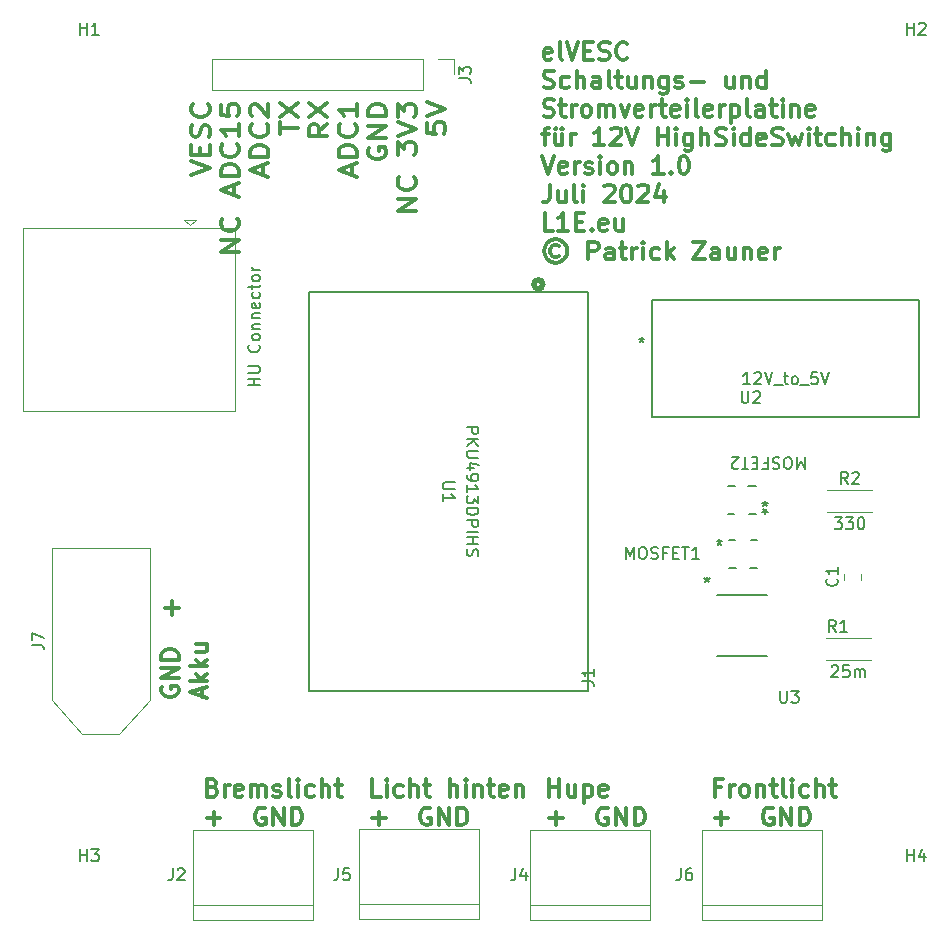
<source format=gbr>
%TF.GenerationSoftware,KiCad,Pcbnew,8.0.1*%
%TF.CreationDate,2024-07-22T19:22:35+02:00*%
%TF.ProjectId,Switch-_and_PowerDistribution-Board,53776974-6368-42d5-9f61-6e645f506f77,rev?*%
%TF.SameCoordinates,Original*%
%TF.FileFunction,Legend,Top*%
%TF.FilePolarity,Positive*%
%FSLAX46Y46*%
G04 Gerber Fmt 4.6, Leading zero omitted, Abs format (unit mm)*
G04 Created by KiCad (PCBNEW 8.0.1) date 2024-07-22 19:22:35*
%MOMM*%
%LPD*%
G01*
G04 APERTURE LIST*
%ADD10C,0.300000*%
%ADD11C,0.150000*%
%ADD12C,0.120000*%
%ADD13C,0.152400*%
%ADD14C,0.508000*%
G04 APERTURE END LIST*
D10*
X84668796Y-120785912D02*
X83954510Y-120785912D01*
X83954510Y-120785912D02*
X83954510Y-119285912D01*
X85168796Y-120785912D02*
X85168796Y-119785912D01*
X85168796Y-119285912D02*
X85097368Y-119357341D01*
X85097368Y-119357341D02*
X85168796Y-119428769D01*
X85168796Y-119428769D02*
X85240225Y-119357341D01*
X85240225Y-119357341D02*
X85168796Y-119285912D01*
X85168796Y-119285912D02*
X85168796Y-119428769D01*
X86525940Y-120714484D02*
X86383082Y-120785912D01*
X86383082Y-120785912D02*
X86097368Y-120785912D01*
X86097368Y-120785912D02*
X85954511Y-120714484D01*
X85954511Y-120714484D02*
X85883082Y-120643055D01*
X85883082Y-120643055D02*
X85811654Y-120500198D01*
X85811654Y-120500198D02*
X85811654Y-120071626D01*
X85811654Y-120071626D02*
X85883082Y-119928769D01*
X85883082Y-119928769D02*
X85954511Y-119857341D01*
X85954511Y-119857341D02*
X86097368Y-119785912D01*
X86097368Y-119785912D02*
X86383082Y-119785912D01*
X86383082Y-119785912D02*
X86525940Y-119857341D01*
X87168796Y-120785912D02*
X87168796Y-119285912D01*
X87811654Y-120785912D02*
X87811654Y-120000198D01*
X87811654Y-120000198D02*
X87740225Y-119857341D01*
X87740225Y-119857341D02*
X87597368Y-119785912D01*
X87597368Y-119785912D02*
X87383082Y-119785912D01*
X87383082Y-119785912D02*
X87240225Y-119857341D01*
X87240225Y-119857341D02*
X87168796Y-119928769D01*
X88311654Y-119785912D02*
X88883082Y-119785912D01*
X88525939Y-119285912D02*
X88525939Y-120571626D01*
X88525939Y-120571626D02*
X88597368Y-120714484D01*
X88597368Y-120714484D02*
X88740225Y-120785912D01*
X88740225Y-120785912D02*
X88883082Y-120785912D01*
X90525939Y-120785912D02*
X90525939Y-119285912D01*
X91168797Y-120785912D02*
X91168797Y-120000198D01*
X91168797Y-120000198D02*
X91097368Y-119857341D01*
X91097368Y-119857341D02*
X90954511Y-119785912D01*
X90954511Y-119785912D02*
X90740225Y-119785912D01*
X90740225Y-119785912D02*
X90597368Y-119857341D01*
X90597368Y-119857341D02*
X90525939Y-119928769D01*
X91883082Y-120785912D02*
X91883082Y-119785912D01*
X91883082Y-119285912D02*
X91811654Y-119357341D01*
X91811654Y-119357341D02*
X91883082Y-119428769D01*
X91883082Y-119428769D02*
X91954511Y-119357341D01*
X91954511Y-119357341D02*
X91883082Y-119285912D01*
X91883082Y-119285912D02*
X91883082Y-119428769D01*
X92597368Y-119785912D02*
X92597368Y-120785912D01*
X92597368Y-119928769D02*
X92668797Y-119857341D01*
X92668797Y-119857341D02*
X92811654Y-119785912D01*
X92811654Y-119785912D02*
X93025940Y-119785912D01*
X93025940Y-119785912D02*
X93168797Y-119857341D01*
X93168797Y-119857341D02*
X93240226Y-120000198D01*
X93240226Y-120000198D02*
X93240226Y-120785912D01*
X93740226Y-119785912D02*
X94311654Y-119785912D01*
X93954511Y-119285912D02*
X93954511Y-120571626D01*
X93954511Y-120571626D02*
X94025940Y-120714484D01*
X94025940Y-120714484D02*
X94168797Y-120785912D01*
X94168797Y-120785912D02*
X94311654Y-120785912D01*
X95383083Y-120714484D02*
X95240226Y-120785912D01*
X95240226Y-120785912D02*
X94954512Y-120785912D01*
X94954512Y-120785912D02*
X94811654Y-120714484D01*
X94811654Y-120714484D02*
X94740226Y-120571626D01*
X94740226Y-120571626D02*
X94740226Y-120000198D01*
X94740226Y-120000198D02*
X94811654Y-119857341D01*
X94811654Y-119857341D02*
X94954512Y-119785912D01*
X94954512Y-119785912D02*
X95240226Y-119785912D01*
X95240226Y-119785912D02*
X95383083Y-119857341D01*
X95383083Y-119857341D02*
X95454512Y-120000198D01*
X95454512Y-120000198D02*
X95454512Y-120143055D01*
X95454512Y-120143055D02*
X94740226Y-120285912D01*
X96097368Y-119785912D02*
X96097368Y-120785912D01*
X96097368Y-119928769D02*
X96168797Y-119857341D01*
X96168797Y-119857341D02*
X96311654Y-119785912D01*
X96311654Y-119785912D02*
X96525940Y-119785912D01*
X96525940Y-119785912D02*
X96668797Y-119857341D01*
X96668797Y-119857341D02*
X96740226Y-120000198D01*
X96740226Y-120000198D02*
X96740226Y-120785912D01*
X83954510Y-122629400D02*
X85097368Y-122629400D01*
X84525939Y-123200828D02*
X84525939Y-122057971D01*
X88883082Y-121772257D02*
X88740225Y-121700828D01*
X88740225Y-121700828D02*
X88525939Y-121700828D01*
X88525939Y-121700828D02*
X88311653Y-121772257D01*
X88311653Y-121772257D02*
X88168796Y-121915114D01*
X88168796Y-121915114D02*
X88097367Y-122057971D01*
X88097367Y-122057971D02*
X88025939Y-122343685D01*
X88025939Y-122343685D02*
X88025939Y-122557971D01*
X88025939Y-122557971D02*
X88097367Y-122843685D01*
X88097367Y-122843685D02*
X88168796Y-122986542D01*
X88168796Y-122986542D02*
X88311653Y-123129400D01*
X88311653Y-123129400D02*
X88525939Y-123200828D01*
X88525939Y-123200828D02*
X88668796Y-123200828D01*
X88668796Y-123200828D02*
X88883082Y-123129400D01*
X88883082Y-123129400D02*
X88954510Y-123057971D01*
X88954510Y-123057971D02*
X88954510Y-122557971D01*
X88954510Y-122557971D02*
X88668796Y-122557971D01*
X89597367Y-123200828D02*
X89597367Y-121700828D01*
X89597367Y-121700828D02*
X90454510Y-123200828D01*
X90454510Y-123200828D02*
X90454510Y-121700828D01*
X91168796Y-123200828D02*
X91168796Y-121700828D01*
X91168796Y-121700828D02*
X91525939Y-121700828D01*
X91525939Y-121700828D02*
X91740225Y-121772257D01*
X91740225Y-121772257D02*
X91883082Y-121915114D01*
X91883082Y-121915114D02*
X91954511Y-122057971D01*
X91954511Y-122057971D02*
X92025939Y-122343685D01*
X92025939Y-122343685D02*
X92025939Y-122557971D01*
X92025939Y-122557971D02*
X91954511Y-122843685D01*
X91954511Y-122843685D02*
X91883082Y-122986542D01*
X91883082Y-122986542D02*
X91740225Y-123129400D01*
X91740225Y-123129400D02*
X91525939Y-123200828D01*
X91525939Y-123200828D02*
X91168796Y-123200828D01*
X70454510Y-120000198D02*
X70668796Y-120071626D01*
X70668796Y-120071626D02*
X70740225Y-120143055D01*
X70740225Y-120143055D02*
X70811653Y-120285912D01*
X70811653Y-120285912D02*
X70811653Y-120500198D01*
X70811653Y-120500198D02*
X70740225Y-120643055D01*
X70740225Y-120643055D02*
X70668796Y-120714484D01*
X70668796Y-120714484D02*
X70525939Y-120785912D01*
X70525939Y-120785912D02*
X69954510Y-120785912D01*
X69954510Y-120785912D02*
X69954510Y-119285912D01*
X69954510Y-119285912D02*
X70454510Y-119285912D01*
X70454510Y-119285912D02*
X70597368Y-119357341D01*
X70597368Y-119357341D02*
X70668796Y-119428769D01*
X70668796Y-119428769D02*
X70740225Y-119571626D01*
X70740225Y-119571626D02*
X70740225Y-119714484D01*
X70740225Y-119714484D02*
X70668796Y-119857341D01*
X70668796Y-119857341D02*
X70597368Y-119928769D01*
X70597368Y-119928769D02*
X70454510Y-120000198D01*
X70454510Y-120000198D02*
X69954510Y-120000198D01*
X71454510Y-120785912D02*
X71454510Y-119785912D01*
X71454510Y-120071626D02*
X71525939Y-119928769D01*
X71525939Y-119928769D02*
X71597368Y-119857341D01*
X71597368Y-119857341D02*
X71740225Y-119785912D01*
X71740225Y-119785912D02*
X71883082Y-119785912D01*
X72954510Y-120714484D02*
X72811653Y-120785912D01*
X72811653Y-120785912D02*
X72525939Y-120785912D01*
X72525939Y-120785912D02*
X72383081Y-120714484D01*
X72383081Y-120714484D02*
X72311653Y-120571626D01*
X72311653Y-120571626D02*
X72311653Y-120000198D01*
X72311653Y-120000198D02*
X72383081Y-119857341D01*
X72383081Y-119857341D02*
X72525939Y-119785912D01*
X72525939Y-119785912D02*
X72811653Y-119785912D01*
X72811653Y-119785912D02*
X72954510Y-119857341D01*
X72954510Y-119857341D02*
X73025939Y-120000198D01*
X73025939Y-120000198D02*
X73025939Y-120143055D01*
X73025939Y-120143055D02*
X72311653Y-120285912D01*
X73668795Y-120785912D02*
X73668795Y-119785912D01*
X73668795Y-119928769D02*
X73740224Y-119857341D01*
X73740224Y-119857341D02*
X73883081Y-119785912D01*
X73883081Y-119785912D02*
X74097367Y-119785912D01*
X74097367Y-119785912D02*
X74240224Y-119857341D01*
X74240224Y-119857341D02*
X74311653Y-120000198D01*
X74311653Y-120000198D02*
X74311653Y-120785912D01*
X74311653Y-120000198D02*
X74383081Y-119857341D01*
X74383081Y-119857341D02*
X74525938Y-119785912D01*
X74525938Y-119785912D02*
X74740224Y-119785912D01*
X74740224Y-119785912D02*
X74883081Y-119857341D01*
X74883081Y-119857341D02*
X74954510Y-120000198D01*
X74954510Y-120000198D02*
X74954510Y-120785912D01*
X75597367Y-120714484D02*
X75740224Y-120785912D01*
X75740224Y-120785912D02*
X76025938Y-120785912D01*
X76025938Y-120785912D02*
X76168795Y-120714484D01*
X76168795Y-120714484D02*
X76240224Y-120571626D01*
X76240224Y-120571626D02*
X76240224Y-120500198D01*
X76240224Y-120500198D02*
X76168795Y-120357341D01*
X76168795Y-120357341D02*
X76025938Y-120285912D01*
X76025938Y-120285912D02*
X75811653Y-120285912D01*
X75811653Y-120285912D02*
X75668795Y-120214484D01*
X75668795Y-120214484D02*
X75597367Y-120071626D01*
X75597367Y-120071626D02*
X75597367Y-120000198D01*
X75597367Y-120000198D02*
X75668795Y-119857341D01*
X75668795Y-119857341D02*
X75811653Y-119785912D01*
X75811653Y-119785912D02*
X76025938Y-119785912D01*
X76025938Y-119785912D02*
X76168795Y-119857341D01*
X77097367Y-120785912D02*
X76954510Y-120714484D01*
X76954510Y-120714484D02*
X76883081Y-120571626D01*
X76883081Y-120571626D02*
X76883081Y-119285912D01*
X77668795Y-120785912D02*
X77668795Y-119785912D01*
X77668795Y-119285912D02*
X77597367Y-119357341D01*
X77597367Y-119357341D02*
X77668795Y-119428769D01*
X77668795Y-119428769D02*
X77740224Y-119357341D01*
X77740224Y-119357341D02*
X77668795Y-119285912D01*
X77668795Y-119285912D02*
X77668795Y-119428769D01*
X79025939Y-120714484D02*
X78883081Y-120785912D01*
X78883081Y-120785912D02*
X78597367Y-120785912D01*
X78597367Y-120785912D02*
X78454510Y-120714484D01*
X78454510Y-120714484D02*
X78383081Y-120643055D01*
X78383081Y-120643055D02*
X78311653Y-120500198D01*
X78311653Y-120500198D02*
X78311653Y-120071626D01*
X78311653Y-120071626D02*
X78383081Y-119928769D01*
X78383081Y-119928769D02*
X78454510Y-119857341D01*
X78454510Y-119857341D02*
X78597367Y-119785912D01*
X78597367Y-119785912D02*
X78883081Y-119785912D01*
X78883081Y-119785912D02*
X79025939Y-119857341D01*
X79668795Y-120785912D02*
X79668795Y-119285912D01*
X80311653Y-120785912D02*
X80311653Y-120000198D01*
X80311653Y-120000198D02*
X80240224Y-119857341D01*
X80240224Y-119857341D02*
X80097367Y-119785912D01*
X80097367Y-119785912D02*
X79883081Y-119785912D01*
X79883081Y-119785912D02*
X79740224Y-119857341D01*
X79740224Y-119857341D02*
X79668795Y-119928769D01*
X80811653Y-119785912D02*
X81383081Y-119785912D01*
X81025938Y-119285912D02*
X81025938Y-120571626D01*
X81025938Y-120571626D02*
X81097367Y-120714484D01*
X81097367Y-120714484D02*
X81240224Y-120785912D01*
X81240224Y-120785912D02*
X81383081Y-120785912D01*
X69954510Y-122629400D02*
X71097368Y-122629400D01*
X70525939Y-123200828D02*
X70525939Y-122057971D01*
X74883082Y-121772257D02*
X74740225Y-121700828D01*
X74740225Y-121700828D02*
X74525939Y-121700828D01*
X74525939Y-121700828D02*
X74311653Y-121772257D01*
X74311653Y-121772257D02*
X74168796Y-121915114D01*
X74168796Y-121915114D02*
X74097367Y-122057971D01*
X74097367Y-122057971D02*
X74025939Y-122343685D01*
X74025939Y-122343685D02*
X74025939Y-122557971D01*
X74025939Y-122557971D02*
X74097367Y-122843685D01*
X74097367Y-122843685D02*
X74168796Y-122986542D01*
X74168796Y-122986542D02*
X74311653Y-123129400D01*
X74311653Y-123129400D02*
X74525939Y-123200828D01*
X74525939Y-123200828D02*
X74668796Y-123200828D01*
X74668796Y-123200828D02*
X74883082Y-123129400D01*
X74883082Y-123129400D02*
X74954510Y-123057971D01*
X74954510Y-123057971D02*
X74954510Y-122557971D01*
X74954510Y-122557971D02*
X74668796Y-122557971D01*
X75597367Y-123200828D02*
X75597367Y-121700828D01*
X75597367Y-121700828D02*
X76454510Y-123200828D01*
X76454510Y-123200828D02*
X76454510Y-121700828D01*
X77168796Y-123200828D02*
X77168796Y-121700828D01*
X77168796Y-121700828D02*
X77525939Y-121700828D01*
X77525939Y-121700828D02*
X77740225Y-121772257D01*
X77740225Y-121772257D02*
X77883082Y-121915114D01*
X77883082Y-121915114D02*
X77954511Y-122057971D01*
X77954511Y-122057971D02*
X78025939Y-122343685D01*
X78025939Y-122343685D02*
X78025939Y-122557971D01*
X78025939Y-122557971D02*
X77954511Y-122843685D01*
X77954511Y-122843685D02*
X77883082Y-122986542D01*
X77883082Y-122986542D02*
X77740225Y-123129400D01*
X77740225Y-123129400D02*
X77525939Y-123200828D01*
X77525939Y-123200828D02*
X77168796Y-123200828D01*
X99125939Y-58324988D02*
X98983082Y-58396416D01*
X98983082Y-58396416D02*
X98697368Y-58396416D01*
X98697368Y-58396416D02*
X98554510Y-58324988D01*
X98554510Y-58324988D02*
X98483082Y-58182130D01*
X98483082Y-58182130D02*
X98483082Y-57610702D01*
X98483082Y-57610702D02*
X98554510Y-57467845D01*
X98554510Y-57467845D02*
X98697368Y-57396416D01*
X98697368Y-57396416D02*
X98983082Y-57396416D01*
X98983082Y-57396416D02*
X99125939Y-57467845D01*
X99125939Y-57467845D02*
X99197368Y-57610702D01*
X99197368Y-57610702D02*
X99197368Y-57753559D01*
X99197368Y-57753559D02*
X98483082Y-57896416D01*
X100054510Y-58396416D02*
X99911653Y-58324988D01*
X99911653Y-58324988D02*
X99840224Y-58182130D01*
X99840224Y-58182130D02*
X99840224Y-56896416D01*
X100411653Y-56896416D02*
X100911653Y-58396416D01*
X100911653Y-58396416D02*
X101411653Y-56896416D01*
X101911652Y-57610702D02*
X102411652Y-57610702D01*
X102625938Y-58396416D02*
X101911652Y-58396416D01*
X101911652Y-58396416D02*
X101911652Y-56896416D01*
X101911652Y-56896416D02*
X102625938Y-56896416D01*
X103197367Y-58324988D02*
X103411653Y-58396416D01*
X103411653Y-58396416D02*
X103768795Y-58396416D01*
X103768795Y-58396416D02*
X103911653Y-58324988D01*
X103911653Y-58324988D02*
X103983081Y-58253559D01*
X103983081Y-58253559D02*
X104054510Y-58110702D01*
X104054510Y-58110702D02*
X104054510Y-57967845D01*
X104054510Y-57967845D02*
X103983081Y-57824988D01*
X103983081Y-57824988D02*
X103911653Y-57753559D01*
X103911653Y-57753559D02*
X103768795Y-57682130D01*
X103768795Y-57682130D02*
X103483081Y-57610702D01*
X103483081Y-57610702D02*
X103340224Y-57539273D01*
X103340224Y-57539273D02*
X103268795Y-57467845D01*
X103268795Y-57467845D02*
X103197367Y-57324988D01*
X103197367Y-57324988D02*
X103197367Y-57182130D01*
X103197367Y-57182130D02*
X103268795Y-57039273D01*
X103268795Y-57039273D02*
X103340224Y-56967845D01*
X103340224Y-56967845D02*
X103483081Y-56896416D01*
X103483081Y-56896416D02*
X103840224Y-56896416D01*
X103840224Y-56896416D02*
X104054510Y-56967845D01*
X105554509Y-58253559D02*
X105483081Y-58324988D01*
X105483081Y-58324988D02*
X105268795Y-58396416D01*
X105268795Y-58396416D02*
X105125938Y-58396416D01*
X105125938Y-58396416D02*
X104911652Y-58324988D01*
X104911652Y-58324988D02*
X104768795Y-58182130D01*
X104768795Y-58182130D02*
X104697366Y-58039273D01*
X104697366Y-58039273D02*
X104625938Y-57753559D01*
X104625938Y-57753559D02*
X104625938Y-57539273D01*
X104625938Y-57539273D02*
X104697366Y-57253559D01*
X104697366Y-57253559D02*
X104768795Y-57110702D01*
X104768795Y-57110702D02*
X104911652Y-56967845D01*
X104911652Y-56967845D02*
X105125938Y-56896416D01*
X105125938Y-56896416D02*
X105268795Y-56896416D01*
X105268795Y-56896416D02*
X105483081Y-56967845D01*
X105483081Y-56967845D02*
X105554509Y-57039273D01*
X98483082Y-60739904D02*
X98697368Y-60811332D01*
X98697368Y-60811332D02*
X99054510Y-60811332D01*
X99054510Y-60811332D02*
X99197368Y-60739904D01*
X99197368Y-60739904D02*
X99268796Y-60668475D01*
X99268796Y-60668475D02*
X99340225Y-60525618D01*
X99340225Y-60525618D02*
X99340225Y-60382761D01*
X99340225Y-60382761D02*
X99268796Y-60239904D01*
X99268796Y-60239904D02*
X99197368Y-60168475D01*
X99197368Y-60168475D02*
X99054510Y-60097046D01*
X99054510Y-60097046D02*
X98768796Y-60025618D01*
X98768796Y-60025618D02*
X98625939Y-59954189D01*
X98625939Y-59954189D02*
X98554510Y-59882761D01*
X98554510Y-59882761D02*
X98483082Y-59739904D01*
X98483082Y-59739904D02*
X98483082Y-59597046D01*
X98483082Y-59597046D02*
X98554510Y-59454189D01*
X98554510Y-59454189D02*
X98625939Y-59382761D01*
X98625939Y-59382761D02*
X98768796Y-59311332D01*
X98768796Y-59311332D02*
X99125939Y-59311332D01*
X99125939Y-59311332D02*
X99340225Y-59382761D01*
X100625939Y-60739904D02*
X100483081Y-60811332D01*
X100483081Y-60811332D02*
X100197367Y-60811332D01*
X100197367Y-60811332D02*
X100054510Y-60739904D01*
X100054510Y-60739904D02*
X99983081Y-60668475D01*
X99983081Y-60668475D02*
X99911653Y-60525618D01*
X99911653Y-60525618D02*
X99911653Y-60097046D01*
X99911653Y-60097046D02*
X99983081Y-59954189D01*
X99983081Y-59954189D02*
X100054510Y-59882761D01*
X100054510Y-59882761D02*
X100197367Y-59811332D01*
X100197367Y-59811332D02*
X100483081Y-59811332D01*
X100483081Y-59811332D02*
X100625939Y-59882761D01*
X101268795Y-60811332D02*
X101268795Y-59311332D01*
X101911653Y-60811332D02*
X101911653Y-60025618D01*
X101911653Y-60025618D02*
X101840224Y-59882761D01*
X101840224Y-59882761D02*
X101697367Y-59811332D01*
X101697367Y-59811332D02*
X101483081Y-59811332D01*
X101483081Y-59811332D02*
X101340224Y-59882761D01*
X101340224Y-59882761D02*
X101268795Y-59954189D01*
X103268796Y-60811332D02*
X103268796Y-60025618D01*
X103268796Y-60025618D02*
X103197367Y-59882761D01*
X103197367Y-59882761D02*
X103054510Y-59811332D01*
X103054510Y-59811332D02*
X102768796Y-59811332D01*
X102768796Y-59811332D02*
X102625938Y-59882761D01*
X103268796Y-60739904D02*
X103125938Y-60811332D01*
X103125938Y-60811332D02*
X102768796Y-60811332D01*
X102768796Y-60811332D02*
X102625938Y-60739904D01*
X102625938Y-60739904D02*
X102554510Y-60597046D01*
X102554510Y-60597046D02*
X102554510Y-60454189D01*
X102554510Y-60454189D02*
X102625938Y-60311332D01*
X102625938Y-60311332D02*
X102768796Y-60239904D01*
X102768796Y-60239904D02*
X103125938Y-60239904D01*
X103125938Y-60239904D02*
X103268796Y-60168475D01*
X104197367Y-60811332D02*
X104054510Y-60739904D01*
X104054510Y-60739904D02*
X103983081Y-60597046D01*
X103983081Y-60597046D02*
X103983081Y-59311332D01*
X104554510Y-59811332D02*
X105125938Y-59811332D01*
X104768795Y-59311332D02*
X104768795Y-60597046D01*
X104768795Y-60597046D02*
X104840224Y-60739904D01*
X104840224Y-60739904D02*
X104983081Y-60811332D01*
X104983081Y-60811332D02*
X105125938Y-60811332D01*
X106268796Y-59811332D02*
X106268796Y-60811332D01*
X105625938Y-59811332D02*
X105625938Y-60597046D01*
X105625938Y-60597046D02*
X105697367Y-60739904D01*
X105697367Y-60739904D02*
X105840224Y-60811332D01*
X105840224Y-60811332D02*
X106054510Y-60811332D01*
X106054510Y-60811332D02*
X106197367Y-60739904D01*
X106197367Y-60739904D02*
X106268796Y-60668475D01*
X106983081Y-59811332D02*
X106983081Y-60811332D01*
X106983081Y-59954189D02*
X107054510Y-59882761D01*
X107054510Y-59882761D02*
X107197367Y-59811332D01*
X107197367Y-59811332D02*
X107411653Y-59811332D01*
X107411653Y-59811332D02*
X107554510Y-59882761D01*
X107554510Y-59882761D02*
X107625939Y-60025618D01*
X107625939Y-60025618D02*
X107625939Y-60811332D01*
X108983082Y-59811332D02*
X108983082Y-61025618D01*
X108983082Y-61025618D02*
X108911653Y-61168475D01*
X108911653Y-61168475D02*
X108840224Y-61239904D01*
X108840224Y-61239904D02*
X108697367Y-61311332D01*
X108697367Y-61311332D02*
X108483082Y-61311332D01*
X108483082Y-61311332D02*
X108340224Y-61239904D01*
X108983082Y-60739904D02*
X108840224Y-60811332D01*
X108840224Y-60811332D02*
X108554510Y-60811332D01*
X108554510Y-60811332D02*
X108411653Y-60739904D01*
X108411653Y-60739904D02*
X108340224Y-60668475D01*
X108340224Y-60668475D02*
X108268796Y-60525618D01*
X108268796Y-60525618D02*
X108268796Y-60097046D01*
X108268796Y-60097046D02*
X108340224Y-59954189D01*
X108340224Y-59954189D02*
X108411653Y-59882761D01*
X108411653Y-59882761D02*
X108554510Y-59811332D01*
X108554510Y-59811332D02*
X108840224Y-59811332D01*
X108840224Y-59811332D02*
X108983082Y-59882761D01*
X109625939Y-60739904D02*
X109768796Y-60811332D01*
X109768796Y-60811332D02*
X110054510Y-60811332D01*
X110054510Y-60811332D02*
X110197367Y-60739904D01*
X110197367Y-60739904D02*
X110268796Y-60597046D01*
X110268796Y-60597046D02*
X110268796Y-60525618D01*
X110268796Y-60525618D02*
X110197367Y-60382761D01*
X110197367Y-60382761D02*
X110054510Y-60311332D01*
X110054510Y-60311332D02*
X109840225Y-60311332D01*
X109840225Y-60311332D02*
X109697367Y-60239904D01*
X109697367Y-60239904D02*
X109625939Y-60097046D01*
X109625939Y-60097046D02*
X109625939Y-60025618D01*
X109625939Y-60025618D02*
X109697367Y-59882761D01*
X109697367Y-59882761D02*
X109840225Y-59811332D01*
X109840225Y-59811332D02*
X110054510Y-59811332D01*
X110054510Y-59811332D02*
X110197367Y-59882761D01*
X110911653Y-60239904D02*
X112054511Y-60239904D01*
X114554511Y-59811332D02*
X114554511Y-60811332D01*
X113911653Y-59811332D02*
X113911653Y-60597046D01*
X113911653Y-60597046D02*
X113983082Y-60739904D01*
X113983082Y-60739904D02*
X114125939Y-60811332D01*
X114125939Y-60811332D02*
X114340225Y-60811332D01*
X114340225Y-60811332D02*
X114483082Y-60739904D01*
X114483082Y-60739904D02*
X114554511Y-60668475D01*
X115268796Y-59811332D02*
X115268796Y-60811332D01*
X115268796Y-59954189D02*
X115340225Y-59882761D01*
X115340225Y-59882761D02*
X115483082Y-59811332D01*
X115483082Y-59811332D02*
X115697368Y-59811332D01*
X115697368Y-59811332D02*
X115840225Y-59882761D01*
X115840225Y-59882761D02*
X115911654Y-60025618D01*
X115911654Y-60025618D02*
X115911654Y-60811332D01*
X117268797Y-60811332D02*
X117268797Y-59311332D01*
X117268797Y-60739904D02*
X117125939Y-60811332D01*
X117125939Y-60811332D02*
X116840225Y-60811332D01*
X116840225Y-60811332D02*
X116697368Y-60739904D01*
X116697368Y-60739904D02*
X116625939Y-60668475D01*
X116625939Y-60668475D02*
X116554511Y-60525618D01*
X116554511Y-60525618D02*
X116554511Y-60097046D01*
X116554511Y-60097046D02*
X116625939Y-59954189D01*
X116625939Y-59954189D02*
X116697368Y-59882761D01*
X116697368Y-59882761D02*
X116840225Y-59811332D01*
X116840225Y-59811332D02*
X117125939Y-59811332D01*
X117125939Y-59811332D02*
X117268797Y-59882761D01*
X98483082Y-63154820D02*
X98697368Y-63226248D01*
X98697368Y-63226248D02*
X99054510Y-63226248D01*
X99054510Y-63226248D02*
X99197368Y-63154820D01*
X99197368Y-63154820D02*
X99268796Y-63083391D01*
X99268796Y-63083391D02*
X99340225Y-62940534D01*
X99340225Y-62940534D02*
X99340225Y-62797677D01*
X99340225Y-62797677D02*
X99268796Y-62654820D01*
X99268796Y-62654820D02*
X99197368Y-62583391D01*
X99197368Y-62583391D02*
X99054510Y-62511962D01*
X99054510Y-62511962D02*
X98768796Y-62440534D01*
X98768796Y-62440534D02*
X98625939Y-62369105D01*
X98625939Y-62369105D02*
X98554510Y-62297677D01*
X98554510Y-62297677D02*
X98483082Y-62154820D01*
X98483082Y-62154820D02*
X98483082Y-62011962D01*
X98483082Y-62011962D02*
X98554510Y-61869105D01*
X98554510Y-61869105D02*
X98625939Y-61797677D01*
X98625939Y-61797677D02*
X98768796Y-61726248D01*
X98768796Y-61726248D02*
X99125939Y-61726248D01*
X99125939Y-61726248D02*
X99340225Y-61797677D01*
X99768796Y-62226248D02*
X100340224Y-62226248D01*
X99983081Y-61726248D02*
X99983081Y-63011962D01*
X99983081Y-63011962D02*
X100054510Y-63154820D01*
X100054510Y-63154820D02*
X100197367Y-63226248D01*
X100197367Y-63226248D02*
X100340224Y-63226248D01*
X100840224Y-63226248D02*
X100840224Y-62226248D01*
X100840224Y-62511962D02*
X100911653Y-62369105D01*
X100911653Y-62369105D02*
X100983082Y-62297677D01*
X100983082Y-62297677D02*
X101125939Y-62226248D01*
X101125939Y-62226248D02*
X101268796Y-62226248D01*
X101983081Y-63226248D02*
X101840224Y-63154820D01*
X101840224Y-63154820D02*
X101768795Y-63083391D01*
X101768795Y-63083391D02*
X101697367Y-62940534D01*
X101697367Y-62940534D02*
X101697367Y-62511962D01*
X101697367Y-62511962D02*
X101768795Y-62369105D01*
X101768795Y-62369105D02*
X101840224Y-62297677D01*
X101840224Y-62297677D02*
X101983081Y-62226248D01*
X101983081Y-62226248D02*
X102197367Y-62226248D01*
X102197367Y-62226248D02*
X102340224Y-62297677D01*
X102340224Y-62297677D02*
X102411653Y-62369105D01*
X102411653Y-62369105D02*
X102483081Y-62511962D01*
X102483081Y-62511962D02*
X102483081Y-62940534D01*
X102483081Y-62940534D02*
X102411653Y-63083391D01*
X102411653Y-63083391D02*
X102340224Y-63154820D01*
X102340224Y-63154820D02*
X102197367Y-63226248D01*
X102197367Y-63226248D02*
X101983081Y-63226248D01*
X103125938Y-63226248D02*
X103125938Y-62226248D01*
X103125938Y-62369105D02*
X103197367Y-62297677D01*
X103197367Y-62297677D02*
X103340224Y-62226248D01*
X103340224Y-62226248D02*
X103554510Y-62226248D01*
X103554510Y-62226248D02*
X103697367Y-62297677D01*
X103697367Y-62297677D02*
X103768796Y-62440534D01*
X103768796Y-62440534D02*
X103768796Y-63226248D01*
X103768796Y-62440534D02*
X103840224Y-62297677D01*
X103840224Y-62297677D02*
X103983081Y-62226248D01*
X103983081Y-62226248D02*
X104197367Y-62226248D01*
X104197367Y-62226248D02*
X104340224Y-62297677D01*
X104340224Y-62297677D02*
X104411653Y-62440534D01*
X104411653Y-62440534D02*
X104411653Y-63226248D01*
X104983081Y-62226248D02*
X105340224Y-63226248D01*
X105340224Y-63226248D02*
X105697367Y-62226248D01*
X106840224Y-63154820D02*
X106697367Y-63226248D01*
X106697367Y-63226248D02*
X106411653Y-63226248D01*
X106411653Y-63226248D02*
X106268795Y-63154820D01*
X106268795Y-63154820D02*
X106197367Y-63011962D01*
X106197367Y-63011962D02*
X106197367Y-62440534D01*
X106197367Y-62440534D02*
X106268795Y-62297677D01*
X106268795Y-62297677D02*
X106411653Y-62226248D01*
X106411653Y-62226248D02*
X106697367Y-62226248D01*
X106697367Y-62226248D02*
X106840224Y-62297677D01*
X106840224Y-62297677D02*
X106911653Y-62440534D01*
X106911653Y-62440534D02*
X106911653Y-62583391D01*
X106911653Y-62583391D02*
X106197367Y-62726248D01*
X107554509Y-63226248D02*
X107554509Y-62226248D01*
X107554509Y-62511962D02*
X107625938Y-62369105D01*
X107625938Y-62369105D02*
X107697367Y-62297677D01*
X107697367Y-62297677D02*
X107840224Y-62226248D01*
X107840224Y-62226248D02*
X107983081Y-62226248D01*
X108268795Y-62226248D02*
X108840223Y-62226248D01*
X108483080Y-61726248D02*
X108483080Y-63011962D01*
X108483080Y-63011962D02*
X108554509Y-63154820D01*
X108554509Y-63154820D02*
X108697366Y-63226248D01*
X108697366Y-63226248D02*
X108840223Y-63226248D01*
X109911652Y-63154820D02*
X109768795Y-63226248D01*
X109768795Y-63226248D02*
X109483081Y-63226248D01*
X109483081Y-63226248D02*
X109340223Y-63154820D01*
X109340223Y-63154820D02*
X109268795Y-63011962D01*
X109268795Y-63011962D02*
X109268795Y-62440534D01*
X109268795Y-62440534D02*
X109340223Y-62297677D01*
X109340223Y-62297677D02*
X109483081Y-62226248D01*
X109483081Y-62226248D02*
X109768795Y-62226248D01*
X109768795Y-62226248D02*
X109911652Y-62297677D01*
X109911652Y-62297677D02*
X109983081Y-62440534D01*
X109983081Y-62440534D02*
X109983081Y-62583391D01*
X109983081Y-62583391D02*
X109268795Y-62726248D01*
X110625937Y-63226248D02*
X110625937Y-62226248D01*
X110625937Y-61726248D02*
X110554509Y-61797677D01*
X110554509Y-61797677D02*
X110625937Y-61869105D01*
X110625937Y-61869105D02*
X110697366Y-61797677D01*
X110697366Y-61797677D02*
X110625937Y-61726248D01*
X110625937Y-61726248D02*
X110625937Y-61869105D01*
X111554509Y-63226248D02*
X111411652Y-63154820D01*
X111411652Y-63154820D02*
X111340223Y-63011962D01*
X111340223Y-63011962D02*
X111340223Y-61726248D01*
X112697366Y-63154820D02*
X112554509Y-63226248D01*
X112554509Y-63226248D02*
X112268795Y-63226248D01*
X112268795Y-63226248D02*
X112125937Y-63154820D01*
X112125937Y-63154820D02*
X112054509Y-63011962D01*
X112054509Y-63011962D02*
X112054509Y-62440534D01*
X112054509Y-62440534D02*
X112125937Y-62297677D01*
X112125937Y-62297677D02*
X112268795Y-62226248D01*
X112268795Y-62226248D02*
X112554509Y-62226248D01*
X112554509Y-62226248D02*
X112697366Y-62297677D01*
X112697366Y-62297677D02*
X112768795Y-62440534D01*
X112768795Y-62440534D02*
X112768795Y-62583391D01*
X112768795Y-62583391D02*
X112054509Y-62726248D01*
X113411651Y-63226248D02*
X113411651Y-62226248D01*
X113411651Y-62511962D02*
X113483080Y-62369105D01*
X113483080Y-62369105D02*
X113554509Y-62297677D01*
X113554509Y-62297677D02*
X113697366Y-62226248D01*
X113697366Y-62226248D02*
X113840223Y-62226248D01*
X114340222Y-62226248D02*
X114340222Y-63726248D01*
X114340222Y-62297677D02*
X114483080Y-62226248D01*
X114483080Y-62226248D02*
X114768794Y-62226248D01*
X114768794Y-62226248D02*
X114911651Y-62297677D01*
X114911651Y-62297677D02*
X114983080Y-62369105D01*
X114983080Y-62369105D02*
X115054508Y-62511962D01*
X115054508Y-62511962D02*
X115054508Y-62940534D01*
X115054508Y-62940534D02*
X114983080Y-63083391D01*
X114983080Y-63083391D02*
X114911651Y-63154820D01*
X114911651Y-63154820D02*
X114768794Y-63226248D01*
X114768794Y-63226248D02*
X114483080Y-63226248D01*
X114483080Y-63226248D02*
X114340222Y-63154820D01*
X115911651Y-63226248D02*
X115768794Y-63154820D01*
X115768794Y-63154820D02*
X115697365Y-63011962D01*
X115697365Y-63011962D02*
X115697365Y-61726248D01*
X117125937Y-63226248D02*
X117125937Y-62440534D01*
X117125937Y-62440534D02*
X117054508Y-62297677D01*
X117054508Y-62297677D02*
X116911651Y-62226248D01*
X116911651Y-62226248D02*
X116625937Y-62226248D01*
X116625937Y-62226248D02*
X116483079Y-62297677D01*
X117125937Y-63154820D02*
X116983079Y-63226248D01*
X116983079Y-63226248D02*
X116625937Y-63226248D01*
X116625937Y-63226248D02*
X116483079Y-63154820D01*
X116483079Y-63154820D02*
X116411651Y-63011962D01*
X116411651Y-63011962D02*
X116411651Y-62869105D01*
X116411651Y-62869105D02*
X116483079Y-62726248D01*
X116483079Y-62726248D02*
X116625937Y-62654820D01*
X116625937Y-62654820D02*
X116983079Y-62654820D01*
X116983079Y-62654820D02*
X117125937Y-62583391D01*
X117625937Y-62226248D02*
X118197365Y-62226248D01*
X117840222Y-61726248D02*
X117840222Y-63011962D01*
X117840222Y-63011962D02*
X117911651Y-63154820D01*
X117911651Y-63154820D02*
X118054508Y-63226248D01*
X118054508Y-63226248D02*
X118197365Y-63226248D01*
X118697365Y-63226248D02*
X118697365Y-62226248D01*
X118697365Y-61726248D02*
X118625937Y-61797677D01*
X118625937Y-61797677D02*
X118697365Y-61869105D01*
X118697365Y-61869105D02*
X118768794Y-61797677D01*
X118768794Y-61797677D02*
X118697365Y-61726248D01*
X118697365Y-61726248D02*
X118697365Y-61869105D01*
X119411651Y-62226248D02*
X119411651Y-63226248D01*
X119411651Y-62369105D02*
X119483080Y-62297677D01*
X119483080Y-62297677D02*
X119625937Y-62226248D01*
X119625937Y-62226248D02*
X119840223Y-62226248D01*
X119840223Y-62226248D02*
X119983080Y-62297677D01*
X119983080Y-62297677D02*
X120054509Y-62440534D01*
X120054509Y-62440534D02*
X120054509Y-63226248D01*
X121340223Y-63154820D02*
X121197366Y-63226248D01*
X121197366Y-63226248D02*
X120911652Y-63226248D01*
X120911652Y-63226248D02*
X120768794Y-63154820D01*
X120768794Y-63154820D02*
X120697366Y-63011962D01*
X120697366Y-63011962D02*
X120697366Y-62440534D01*
X120697366Y-62440534D02*
X120768794Y-62297677D01*
X120768794Y-62297677D02*
X120911652Y-62226248D01*
X120911652Y-62226248D02*
X121197366Y-62226248D01*
X121197366Y-62226248D02*
X121340223Y-62297677D01*
X121340223Y-62297677D02*
X121411652Y-62440534D01*
X121411652Y-62440534D02*
X121411652Y-62583391D01*
X121411652Y-62583391D02*
X120697366Y-62726248D01*
X98340225Y-64641164D02*
X98911653Y-64641164D01*
X98554510Y-65641164D02*
X98554510Y-64355450D01*
X98554510Y-64355450D02*
X98625939Y-64212593D01*
X98625939Y-64212593D02*
X98768796Y-64141164D01*
X98768796Y-64141164D02*
X98911653Y-64141164D01*
X100054511Y-64641164D02*
X100054511Y-65641164D01*
X99411653Y-64641164D02*
X99411653Y-65426878D01*
X99411653Y-65426878D02*
X99483082Y-65569736D01*
X99483082Y-65569736D02*
X99625939Y-65641164D01*
X99625939Y-65641164D02*
X99840225Y-65641164D01*
X99840225Y-65641164D02*
X99983082Y-65569736D01*
X99983082Y-65569736D02*
X100054511Y-65498307D01*
X99483082Y-64141164D02*
X99554511Y-64212593D01*
X99554511Y-64212593D02*
X99483082Y-64284021D01*
X99483082Y-64284021D02*
X99411653Y-64212593D01*
X99411653Y-64212593D02*
X99483082Y-64141164D01*
X99483082Y-64141164D02*
X99483082Y-64284021D01*
X100054511Y-64141164D02*
X100125939Y-64212593D01*
X100125939Y-64212593D02*
X100054511Y-64284021D01*
X100054511Y-64284021D02*
X99983082Y-64212593D01*
X99983082Y-64212593D02*
X100054511Y-64141164D01*
X100054511Y-64141164D02*
X100054511Y-64284021D01*
X100768796Y-65641164D02*
X100768796Y-64641164D01*
X100768796Y-64926878D02*
X100840225Y-64784021D01*
X100840225Y-64784021D02*
X100911654Y-64712593D01*
X100911654Y-64712593D02*
X101054511Y-64641164D01*
X101054511Y-64641164D02*
X101197368Y-64641164D01*
X103625939Y-65641164D02*
X102768796Y-65641164D01*
X103197367Y-65641164D02*
X103197367Y-64141164D01*
X103197367Y-64141164D02*
X103054510Y-64355450D01*
X103054510Y-64355450D02*
X102911653Y-64498307D01*
X102911653Y-64498307D02*
X102768796Y-64569736D01*
X104197367Y-64284021D02*
X104268795Y-64212593D01*
X104268795Y-64212593D02*
X104411653Y-64141164D01*
X104411653Y-64141164D02*
X104768795Y-64141164D01*
X104768795Y-64141164D02*
X104911653Y-64212593D01*
X104911653Y-64212593D02*
X104983081Y-64284021D01*
X104983081Y-64284021D02*
X105054510Y-64426878D01*
X105054510Y-64426878D02*
X105054510Y-64569736D01*
X105054510Y-64569736D02*
X104983081Y-64784021D01*
X104983081Y-64784021D02*
X104125938Y-65641164D01*
X104125938Y-65641164D02*
X105054510Y-65641164D01*
X105483081Y-64141164D02*
X105983081Y-65641164D01*
X105983081Y-65641164D02*
X106483081Y-64141164D01*
X108125937Y-65641164D02*
X108125937Y-64141164D01*
X108125937Y-64855450D02*
X108983080Y-64855450D01*
X108983080Y-65641164D02*
X108983080Y-64141164D01*
X109697366Y-65641164D02*
X109697366Y-64641164D01*
X109697366Y-64141164D02*
X109625938Y-64212593D01*
X109625938Y-64212593D02*
X109697366Y-64284021D01*
X109697366Y-64284021D02*
X109768795Y-64212593D01*
X109768795Y-64212593D02*
X109697366Y-64141164D01*
X109697366Y-64141164D02*
X109697366Y-64284021D01*
X111054510Y-64641164D02*
X111054510Y-65855450D01*
X111054510Y-65855450D02*
X110983081Y-65998307D01*
X110983081Y-65998307D02*
X110911652Y-66069736D01*
X110911652Y-66069736D02*
X110768795Y-66141164D01*
X110768795Y-66141164D02*
X110554510Y-66141164D01*
X110554510Y-66141164D02*
X110411652Y-66069736D01*
X111054510Y-65569736D02*
X110911652Y-65641164D01*
X110911652Y-65641164D02*
X110625938Y-65641164D01*
X110625938Y-65641164D02*
X110483081Y-65569736D01*
X110483081Y-65569736D02*
X110411652Y-65498307D01*
X110411652Y-65498307D02*
X110340224Y-65355450D01*
X110340224Y-65355450D02*
X110340224Y-64926878D01*
X110340224Y-64926878D02*
X110411652Y-64784021D01*
X110411652Y-64784021D02*
X110483081Y-64712593D01*
X110483081Y-64712593D02*
X110625938Y-64641164D01*
X110625938Y-64641164D02*
X110911652Y-64641164D01*
X110911652Y-64641164D02*
X111054510Y-64712593D01*
X111768795Y-65641164D02*
X111768795Y-64141164D01*
X112411653Y-65641164D02*
X112411653Y-64855450D01*
X112411653Y-64855450D02*
X112340224Y-64712593D01*
X112340224Y-64712593D02*
X112197367Y-64641164D01*
X112197367Y-64641164D02*
X111983081Y-64641164D01*
X111983081Y-64641164D02*
X111840224Y-64712593D01*
X111840224Y-64712593D02*
X111768795Y-64784021D01*
X113054510Y-65569736D02*
X113268796Y-65641164D01*
X113268796Y-65641164D02*
X113625938Y-65641164D01*
X113625938Y-65641164D02*
X113768796Y-65569736D01*
X113768796Y-65569736D02*
X113840224Y-65498307D01*
X113840224Y-65498307D02*
X113911653Y-65355450D01*
X113911653Y-65355450D02*
X113911653Y-65212593D01*
X113911653Y-65212593D02*
X113840224Y-65069736D01*
X113840224Y-65069736D02*
X113768796Y-64998307D01*
X113768796Y-64998307D02*
X113625938Y-64926878D01*
X113625938Y-64926878D02*
X113340224Y-64855450D01*
X113340224Y-64855450D02*
X113197367Y-64784021D01*
X113197367Y-64784021D02*
X113125938Y-64712593D01*
X113125938Y-64712593D02*
X113054510Y-64569736D01*
X113054510Y-64569736D02*
X113054510Y-64426878D01*
X113054510Y-64426878D02*
X113125938Y-64284021D01*
X113125938Y-64284021D02*
X113197367Y-64212593D01*
X113197367Y-64212593D02*
X113340224Y-64141164D01*
X113340224Y-64141164D02*
X113697367Y-64141164D01*
X113697367Y-64141164D02*
X113911653Y-64212593D01*
X114554509Y-65641164D02*
X114554509Y-64641164D01*
X114554509Y-64141164D02*
X114483081Y-64212593D01*
X114483081Y-64212593D02*
X114554509Y-64284021D01*
X114554509Y-64284021D02*
X114625938Y-64212593D01*
X114625938Y-64212593D02*
X114554509Y-64141164D01*
X114554509Y-64141164D02*
X114554509Y-64284021D01*
X115911653Y-65641164D02*
X115911653Y-64141164D01*
X115911653Y-65569736D02*
X115768795Y-65641164D01*
X115768795Y-65641164D02*
X115483081Y-65641164D01*
X115483081Y-65641164D02*
X115340224Y-65569736D01*
X115340224Y-65569736D02*
X115268795Y-65498307D01*
X115268795Y-65498307D02*
X115197367Y-65355450D01*
X115197367Y-65355450D02*
X115197367Y-64926878D01*
X115197367Y-64926878D02*
X115268795Y-64784021D01*
X115268795Y-64784021D02*
X115340224Y-64712593D01*
X115340224Y-64712593D02*
X115483081Y-64641164D01*
X115483081Y-64641164D02*
X115768795Y-64641164D01*
X115768795Y-64641164D02*
X115911653Y-64712593D01*
X117197367Y-65569736D02*
X117054510Y-65641164D01*
X117054510Y-65641164D02*
X116768796Y-65641164D01*
X116768796Y-65641164D02*
X116625938Y-65569736D01*
X116625938Y-65569736D02*
X116554510Y-65426878D01*
X116554510Y-65426878D02*
X116554510Y-64855450D01*
X116554510Y-64855450D02*
X116625938Y-64712593D01*
X116625938Y-64712593D02*
X116768796Y-64641164D01*
X116768796Y-64641164D02*
X117054510Y-64641164D01*
X117054510Y-64641164D02*
X117197367Y-64712593D01*
X117197367Y-64712593D02*
X117268796Y-64855450D01*
X117268796Y-64855450D02*
X117268796Y-64998307D01*
X117268796Y-64998307D02*
X116554510Y-65141164D01*
X117840224Y-65569736D02*
X118054510Y-65641164D01*
X118054510Y-65641164D02*
X118411652Y-65641164D01*
X118411652Y-65641164D02*
X118554510Y-65569736D01*
X118554510Y-65569736D02*
X118625938Y-65498307D01*
X118625938Y-65498307D02*
X118697367Y-65355450D01*
X118697367Y-65355450D02*
X118697367Y-65212593D01*
X118697367Y-65212593D02*
X118625938Y-65069736D01*
X118625938Y-65069736D02*
X118554510Y-64998307D01*
X118554510Y-64998307D02*
X118411652Y-64926878D01*
X118411652Y-64926878D02*
X118125938Y-64855450D01*
X118125938Y-64855450D02*
X117983081Y-64784021D01*
X117983081Y-64784021D02*
X117911652Y-64712593D01*
X117911652Y-64712593D02*
X117840224Y-64569736D01*
X117840224Y-64569736D02*
X117840224Y-64426878D01*
X117840224Y-64426878D02*
X117911652Y-64284021D01*
X117911652Y-64284021D02*
X117983081Y-64212593D01*
X117983081Y-64212593D02*
X118125938Y-64141164D01*
X118125938Y-64141164D02*
X118483081Y-64141164D01*
X118483081Y-64141164D02*
X118697367Y-64212593D01*
X119197366Y-64641164D02*
X119483081Y-65641164D01*
X119483081Y-65641164D02*
X119768795Y-64926878D01*
X119768795Y-64926878D02*
X120054509Y-65641164D01*
X120054509Y-65641164D02*
X120340223Y-64641164D01*
X120911652Y-65641164D02*
X120911652Y-64641164D01*
X120911652Y-64141164D02*
X120840224Y-64212593D01*
X120840224Y-64212593D02*
X120911652Y-64284021D01*
X120911652Y-64284021D02*
X120983081Y-64212593D01*
X120983081Y-64212593D02*
X120911652Y-64141164D01*
X120911652Y-64141164D02*
X120911652Y-64284021D01*
X121411653Y-64641164D02*
X121983081Y-64641164D01*
X121625938Y-64141164D02*
X121625938Y-65426878D01*
X121625938Y-65426878D02*
X121697367Y-65569736D01*
X121697367Y-65569736D02*
X121840224Y-65641164D01*
X121840224Y-65641164D02*
X121983081Y-65641164D01*
X123125939Y-65569736D02*
X122983081Y-65641164D01*
X122983081Y-65641164D02*
X122697367Y-65641164D01*
X122697367Y-65641164D02*
X122554510Y-65569736D01*
X122554510Y-65569736D02*
X122483081Y-65498307D01*
X122483081Y-65498307D02*
X122411653Y-65355450D01*
X122411653Y-65355450D02*
X122411653Y-64926878D01*
X122411653Y-64926878D02*
X122483081Y-64784021D01*
X122483081Y-64784021D02*
X122554510Y-64712593D01*
X122554510Y-64712593D02*
X122697367Y-64641164D01*
X122697367Y-64641164D02*
X122983081Y-64641164D01*
X122983081Y-64641164D02*
X123125939Y-64712593D01*
X123768795Y-65641164D02*
X123768795Y-64141164D01*
X124411653Y-65641164D02*
X124411653Y-64855450D01*
X124411653Y-64855450D02*
X124340224Y-64712593D01*
X124340224Y-64712593D02*
X124197367Y-64641164D01*
X124197367Y-64641164D02*
X123983081Y-64641164D01*
X123983081Y-64641164D02*
X123840224Y-64712593D01*
X123840224Y-64712593D02*
X123768795Y-64784021D01*
X125125938Y-65641164D02*
X125125938Y-64641164D01*
X125125938Y-64141164D02*
X125054510Y-64212593D01*
X125054510Y-64212593D02*
X125125938Y-64284021D01*
X125125938Y-64284021D02*
X125197367Y-64212593D01*
X125197367Y-64212593D02*
X125125938Y-64141164D01*
X125125938Y-64141164D02*
X125125938Y-64284021D01*
X125840224Y-64641164D02*
X125840224Y-65641164D01*
X125840224Y-64784021D02*
X125911653Y-64712593D01*
X125911653Y-64712593D02*
X126054510Y-64641164D01*
X126054510Y-64641164D02*
X126268796Y-64641164D01*
X126268796Y-64641164D02*
X126411653Y-64712593D01*
X126411653Y-64712593D02*
X126483082Y-64855450D01*
X126483082Y-64855450D02*
X126483082Y-65641164D01*
X127840225Y-64641164D02*
X127840225Y-65855450D01*
X127840225Y-65855450D02*
X127768796Y-65998307D01*
X127768796Y-65998307D02*
X127697367Y-66069736D01*
X127697367Y-66069736D02*
X127554510Y-66141164D01*
X127554510Y-66141164D02*
X127340225Y-66141164D01*
X127340225Y-66141164D02*
X127197367Y-66069736D01*
X127840225Y-65569736D02*
X127697367Y-65641164D01*
X127697367Y-65641164D02*
X127411653Y-65641164D01*
X127411653Y-65641164D02*
X127268796Y-65569736D01*
X127268796Y-65569736D02*
X127197367Y-65498307D01*
X127197367Y-65498307D02*
X127125939Y-65355450D01*
X127125939Y-65355450D02*
X127125939Y-64926878D01*
X127125939Y-64926878D02*
X127197367Y-64784021D01*
X127197367Y-64784021D02*
X127268796Y-64712593D01*
X127268796Y-64712593D02*
X127411653Y-64641164D01*
X127411653Y-64641164D02*
X127697367Y-64641164D01*
X127697367Y-64641164D02*
X127840225Y-64712593D01*
X98340225Y-66556080D02*
X98840225Y-68056080D01*
X98840225Y-68056080D02*
X99340225Y-66556080D01*
X100411653Y-67984652D02*
X100268796Y-68056080D01*
X100268796Y-68056080D02*
X99983082Y-68056080D01*
X99983082Y-68056080D02*
X99840224Y-67984652D01*
X99840224Y-67984652D02*
X99768796Y-67841794D01*
X99768796Y-67841794D02*
X99768796Y-67270366D01*
X99768796Y-67270366D02*
X99840224Y-67127509D01*
X99840224Y-67127509D02*
X99983082Y-67056080D01*
X99983082Y-67056080D02*
X100268796Y-67056080D01*
X100268796Y-67056080D02*
X100411653Y-67127509D01*
X100411653Y-67127509D02*
X100483082Y-67270366D01*
X100483082Y-67270366D02*
X100483082Y-67413223D01*
X100483082Y-67413223D02*
X99768796Y-67556080D01*
X101125938Y-68056080D02*
X101125938Y-67056080D01*
X101125938Y-67341794D02*
X101197367Y-67198937D01*
X101197367Y-67198937D02*
X101268796Y-67127509D01*
X101268796Y-67127509D02*
X101411653Y-67056080D01*
X101411653Y-67056080D02*
X101554510Y-67056080D01*
X101983081Y-67984652D02*
X102125938Y-68056080D01*
X102125938Y-68056080D02*
X102411652Y-68056080D01*
X102411652Y-68056080D02*
X102554509Y-67984652D01*
X102554509Y-67984652D02*
X102625938Y-67841794D01*
X102625938Y-67841794D02*
X102625938Y-67770366D01*
X102625938Y-67770366D02*
X102554509Y-67627509D01*
X102554509Y-67627509D02*
X102411652Y-67556080D01*
X102411652Y-67556080D02*
X102197367Y-67556080D01*
X102197367Y-67556080D02*
X102054509Y-67484652D01*
X102054509Y-67484652D02*
X101983081Y-67341794D01*
X101983081Y-67341794D02*
X101983081Y-67270366D01*
X101983081Y-67270366D02*
X102054509Y-67127509D01*
X102054509Y-67127509D02*
X102197367Y-67056080D01*
X102197367Y-67056080D02*
X102411652Y-67056080D01*
X102411652Y-67056080D02*
X102554509Y-67127509D01*
X103268795Y-68056080D02*
X103268795Y-67056080D01*
X103268795Y-66556080D02*
X103197367Y-66627509D01*
X103197367Y-66627509D02*
X103268795Y-66698937D01*
X103268795Y-66698937D02*
X103340224Y-66627509D01*
X103340224Y-66627509D02*
X103268795Y-66556080D01*
X103268795Y-66556080D02*
X103268795Y-66698937D01*
X104197367Y-68056080D02*
X104054510Y-67984652D01*
X104054510Y-67984652D02*
X103983081Y-67913223D01*
X103983081Y-67913223D02*
X103911653Y-67770366D01*
X103911653Y-67770366D02*
X103911653Y-67341794D01*
X103911653Y-67341794D02*
X103983081Y-67198937D01*
X103983081Y-67198937D02*
X104054510Y-67127509D01*
X104054510Y-67127509D02*
X104197367Y-67056080D01*
X104197367Y-67056080D02*
X104411653Y-67056080D01*
X104411653Y-67056080D02*
X104554510Y-67127509D01*
X104554510Y-67127509D02*
X104625939Y-67198937D01*
X104625939Y-67198937D02*
X104697367Y-67341794D01*
X104697367Y-67341794D02*
X104697367Y-67770366D01*
X104697367Y-67770366D02*
X104625939Y-67913223D01*
X104625939Y-67913223D02*
X104554510Y-67984652D01*
X104554510Y-67984652D02*
X104411653Y-68056080D01*
X104411653Y-68056080D02*
X104197367Y-68056080D01*
X105340224Y-67056080D02*
X105340224Y-68056080D01*
X105340224Y-67198937D02*
X105411653Y-67127509D01*
X105411653Y-67127509D02*
X105554510Y-67056080D01*
X105554510Y-67056080D02*
X105768796Y-67056080D01*
X105768796Y-67056080D02*
X105911653Y-67127509D01*
X105911653Y-67127509D02*
X105983082Y-67270366D01*
X105983082Y-67270366D02*
X105983082Y-68056080D01*
X108625939Y-68056080D02*
X107768796Y-68056080D01*
X108197367Y-68056080D02*
X108197367Y-66556080D01*
X108197367Y-66556080D02*
X108054510Y-66770366D01*
X108054510Y-66770366D02*
X107911653Y-66913223D01*
X107911653Y-66913223D02*
X107768796Y-66984652D01*
X109268795Y-67913223D02*
X109340224Y-67984652D01*
X109340224Y-67984652D02*
X109268795Y-68056080D01*
X109268795Y-68056080D02*
X109197367Y-67984652D01*
X109197367Y-67984652D02*
X109268795Y-67913223D01*
X109268795Y-67913223D02*
X109268795Y-68056080D01*
X110268796Y-66556080D02*
X110411653Y-66556080D01*
X110411653Y-66556080D02*
X110554510Y-66627509D01*
X110554510Y-66627509D02*
X110625939Y-66698937D01*
X110625939Y-66698937D02*
X110697367Y-66841794D01*
X110697367Y-66841794D02*
X110768796Y-67127509D01*
X110768796Y-67127509D02*
X110768796Y-67484652D01*
X110768796Y-67484652D02*
X110697367Y-67770366D01*
X110697367Y-67770366D02*
X110625939Y-67913223D01*
X110625939Y-67913223D02*
X110554510Y-67984652D01*
X110554510Y-67984652D02*
X110411653Y-68056080D01*
X110411653Y-68056080D02*
X110268796Y-68056080D01*
X110268796Y-68056080D02*
X110125939Y-67984652D01*
X110125939Y-67984652D02*
X110054510Y-67913223D01*
X110054510Y-67913223D02*
X109983081Y-67770366D01*
X109983081Y-67770366D02*
X109911653Y-67484652D01*
X109911653Y-67484652D02*
X109911653Y-67127509D01*
X109911653Y-67127509D02*
X109983081Y-66841794D01*
X109983081Y-66841794D02*
X110054510Y-66698937D01*
X110054510Y-66698937D02*
X110125939Y-66627509D01*
X110125939Y-66627509D02*
X110268796Y-66556080D01*
X98983082Y-68970996D02*
X98983082Y-70042425D01*
X98983082Y-70042425D02*
X98911653Y-70256710D01*
X98911653Y-70256710D02*
X98768796Y-70399568D01*
X98768796Y-70399568D02*
X98554510Y-70470996D01*
X98554510Y-70470996D02*
X98411653Y-70470996D01*
X100340225Y-69470996D02*
X100340225Y-70470996D01*
X99697367Y-69470996D02*
X99697367Y-70256710D01*
X99697367Y-70256710D02*
X99768796Y-70399568D01*
X99768796Y-70399568D02*
X99911653Y-70470996D01*
X99911653Y-70470996D02*
X100125939Y-70470996D01*
X100125939Y-70470996D02*
X100268796Y-70399568D01*
X100268796Y-70399568D02*
X100340225Y-70328139D01*
X101268796Y-70470996D02*
X101125939Y-70399568D01*
X101125939Y-70399568D02*
X101054510Y-70256710D01*
X101054510Y-70256710D02*
X101054510Y-68970996D01*
X101840224Y-70470996D02*
X101840224Y-69470996D01*
X101840224Y-68970996D02*
X101768796Y-69042425D01*
X101768796Y-69042425D02*
X101840224Y-69113853D01*
X101840224Y-69113853D02*
X101911653Y-69042425D01*
X101911653Y-69042425D02*
X101840224Y-68970996D01*
X101840224Y-68970996D02*
X101840224Y-69113853D01*
X103625939Y-69113853D02*
X103697367Y-69042425D01*
X103697367Y-69042425D02*
X103840225Y-68970996D01*
X103840225Y-68970996D02*
X104197367Y-68970996D01*
X104197367Y-68970996D02*
X104340225Y-69042425D01*
X104340225Y-69042425D02*
X104411653Y-69113853D01*
X104411653Y-69113853D02*
X104483082Y-69256710D01*
X104483082Y-69256710D02*
X104483082Y-69399568D01*
X104483082Y-69399568D02*
X104411653Y-69613853D01*
X104411653Y-69613853D02*
X103554510Y-70470996D01*
X103554510Y-70470996D02*
X104483082Y-70470996D01*
X105411653Y-68970996D02*
X105554510Y-68970996D01*
X105554510Y-68970996D02*
X105697367Y-69042425D01*
X105697367Y-69042425D02*
X105768796Y-69113853D01*
X105768796Y-69113853D02*
X105840224Y-69256710D01*
X105840224Y-69256710D02*
X105911653Y-69542425D01*
X105911653Y-69542425D02*
X105911653Y-69899568D01*
X105911653Y-69899568D02*
X105840224Y-70185282D01*
X105840224Y-70185282D02*
X105768796Y-70328139D01*
X105768796Y-70328139D02*
X105697367Y-70399568D01*
X105697367Y-70399568D02*
X105554510Y-70470996D01*
X105554510Y-70470996D02*
X105411653Y-70470996D01*
X105411653Y-70470996D02*
X105268796Y-70399568D01*
X105268796Y-70399568D02*
X105197367Y-70328139D01*
X105197367Y-70328139D02*
X105125938Y-70185282D01*
X105125938Y-70185282D02*
X105054510Y-69899568D01*
X105054510Y-69899568D02*
X105054510Y-69542425D01*
X105054510Y-69542425D02*
X105125938Y-69256710D01*
X105125938Y-69256710D02*
X105197367Y-69113853D01*
X105197367Y-69113853D02*
X105268796Y-69042425D01*
X105268796Y-69042425D02*
X105411653Y-68970996D01*
X106483081Y-69113853D02*
X106554509Y-69042425D01*
X106554509Y-69042425D02*
X106697367Y-68970996D01*
X106697367Y-68970996D02*
X107054509Y-68970996D01*
X107054509Y-68970996D02*
X107197367Y-69042425D01*
X107197367Y-69042425D02*
X107268795Y-69113853D01*
X107268795Y-69113853D02*
X107340224Y-69256710D01*
X107340224Y-69256710D02*
X107340224Y-69399568D01*
X107340224Y-69399568D02*
X107268795Y-69613853D01*
X107268795Y-69613853D02*
X106411652Y-70470996D01*
X106411652Y-70470996D02*
X107340224Y-70470996D01*
X108625938Y-69470996D02*
X108625938Y-70470996D01*
X108268795Y-68899568D02*
X107911652Y-69970996D01*
X107911652Y-69970996D02*
X108840223Y-69970996D01*
X99268796Y-72885912D02*
X98554510Y-72885912D01*
X98554510Y-72885912D02*
X98554510Y-71385912D01*
X100554511Y-72885912D02*
X99697368Y-72885912D01*
X100125939Y-72885912D02*
X100125939Y-71385912D01*
X100125939Y-71385912D02*
X99983082Y-71600198D01*
X99983082Y-71600198D02*
X99840225Y-71743055D01*
X99840225Y-71743055D02*
X99697368Y-71814484D01*
X101197367Y-72100198D02*
X101697367Y-72100198D01*
X101911653Y-72885912D02*
X101197367Y-72885912D01*
X101197367Y-72885912D02*
X101197367Y-71385912D01*
X101197367Y-71385912D02*
X101911653Y-71385912D01*
X102554510Y-72743055D02*
X102625939Y-72814484D01*
X102625939Y-72814484D02*
X102554510Y-72885912D01*
X102554510Y-72885912D02*
X102483082Y-72814484D01*
X102483082Y-72814484D02*
X102554510Y-72743055D01*
X102554510Y-72743055D02*
X102554510Y-72885912D01*
X103840225Y-72814484D02*
X103697368Y-72885912D01*
X103697368Y-72885912D02*
X103411654Y-72885912D01*
X103411654Y-72885912D02*
X103268796Y-72814484D01*
X103268796Y-72814484D02*
X103197368Y-72671626D01*
X103197368Y-72671626D02*
X103197368Y-72100198D01*
X103197368Y-72100198D02*
X103268796Y-71957341D01*
X103268796Y-71957341D02*
X103411654Y-71885912D01*
X103411654Y-71885912D02*
X103697368Y-71885912D01*
X103697368Y-71885912D02*
X103840225Y-71957341D01*
X103840225Y-71957341D02*
X103911654Y-72100198D01*
X103911654Y-72100198D02*
X103911654Y-72243055D01*
X103911654Y-72243055D02*
X103197368Y-72385912D01*
X105197368Y-71885912D02*
X105197368Y-72885912D01*
X104554510Y-71885912D02*
X104554510Y-72671626D01*
X104554510Y-72671626D02*
X104625939Y-72814484D01*
X104625939Y-72814484D02*
X104768796Y-72885912D01*
X104768796Y-72885912D02*
X104983082Y-72885912D01*
X104983082Y-72885912D02*
X105125939Y-72814484D01*
X105125939Y-72814484D02*
X105197368Y-72743055D01*
X99768796Y-74157971D02*
X99625939Y-74086542D01*
X99625939Y-74086542D02*
X99340225Y-74086542D01*
X99340225Y-74086542D02*
X99197368Y-74157971D01*
X99197368Y-74157971D02*
X99054510Y-74300828D01*
X99054510Y-74300828D02*
X98983082Y-74443685D01*
X98983082Y-74443685D02*
X98983082Y-74729400D01*
X98983082Y-74729400D02*
X99054510Y-74872257D01*
X99054510Y-74872257D02*
X99197368Y-75015114D01*
X99197368Y-75015114D02*
X99340225Y-75086542D01*
X99340225Y-75086542D02*
X99625939Y-75086542D01*
X99625939Y-75086542D02*
X99768796Y-75015114D01*
X99483082Y-73586542D02*
X99125939Y-73657971D01*
X99125939Y-73657971D02*
X98768796Y-73872257D01*
X98768796Y-73872257D02*
X98554510Y-74229400D01*
X98554510Y-74229400D02*
X98483082Y-74586542D01*
X98483082Y-74586542D02*
X98554510Y-74943685D01*
X98554510Y-74943685D02*
X98768796Y-75300828D01*
X98768796Y-75300828D02*
X99125939Y-75515114D01*
X99125939Y-75515114D02*
X99483082Y-75586542D01*
X99483082Y-75586542D02*
X99840225Y-75515114D01*
X99840225Y-75515114D02*
X100197368Y-75300828D01*
X100197368Y-75300828D02*
X100411653Y-74943685D01*
X100411653Y-74943685D02*
X100483082Y-74586542D01*
X100483082Y-74586542D02*
X100411653Y-74229400D01*
X100411653Y-74229400D02*
X100197368Y-73872257D01*
X100197368Y-73872257D02*
X99840225Y-73657971D01*
X99840225Y-73657971D02*
X99483082Y-73586542D01*
X102268796Y-75300828D02*
X102268796Y-73800828D01*
X102268796Y-73800828D02*
X102840225Y-73800828D01*
X102840225Y-73800828D02*
X102983082Y-73872257D01*
X102983082Y-73872257D02*
X103054511Y-73943685D01*
X103054511Y-73943685D02*
X103125939Y-74086542D01*
X103125939Y-74086542D02*
X103125939Y-74300828D01*
X103125939Y-74300828D02*
X103054511Y-74443685D01*
X103054511Y-74443685D02*
X102983082Y-74515114D01*
X102983082Y-74515114D02*
X102840225Y-74586542D01*
X102840225Y-74586542D02*
X102268796Y-74586542D01*
X104411654Y-75300828D02*
X104411654Y-74515114D01*
X104411654Y-74515114D02*
X104340225Y-74372257D01*
X104340225Y-74372257D02*
X104197368Y-74300828D01*
X104197368Y-74300828D02*
X103911654Y-74300828D01*
X103911654Y-74300828D02*
X103768796Y-74372257D01*
X104411654Y-75229400D02*
X104268796Y-75300828D01*
X104268796Y-75300828D02*
X103911654Y-75300828D01*
X103911654Y-75300828D02*
X103768796Y-75229400D01*
X103768796Y-75229400D02*
X103697368Y-75086542D01*
X103697368Y-75086542D02*
X103697368Y-74943685D01*
X103697368Y-74943685D02*
X103768796Y-74800828D01*
X103768796Y-74800828D02*
X103911654Y-74729400D01*
X103911654Y-74729400D02*
X104268796Y-74729400D01*
X104268796Y-74729400D02*
X104411654Y-74657971D01*
X104911654Y-74300828D02*
X105483082Y-74300828D01*
X105125939Y-73800828D02*
X105125939Y-75086542D01*
X105125939Y-75086542D02*
X105197368Y-75229400D01*
X105197368Y-75229400D02*
X105340225Y-75300828D01*
X105340225Y-75300828D02*
X105483082Y-75300828D01*
X105983082Y-75300828D02*
X105983082Y-74300828D01*
X105983082Y-74586542D02*
X106054511Y-74443685D01*
X106054511Y-74443685D02*
X106125940Y-74372257D01*
X106125940Y-74372257D02*
X106268797Y-74300828D01*
X106268797Y-74300828D02*
X106411654Y-74300828D01*
X106911653Y-75300828D02*
X106911653Y-74300828D01*
X106911653Y-73800828D02*
X106840225Y-73872257D01*
X106840225Y-73872257D02*
X106911653Y-73943685D01*
X106911653Y-73943685D02*
X106983082Y-73872257D01*
X106983082Y-73872257D02*
X106911653Y-73800828D01*
X106911653Y-73800828D02*
X106911653Y-73943685D01*
X108268797Y-75229400D02*
X108125939Y-75300828D01*
X108125939Y-75300828D02*
X107840225Y-75300828D01*
X107840225Y-75300828D02*
X107697368Y-75229400D01*
X107697368Y-75229400D02*
X107625939Y-75157971D01*
X107625939Y-75157971D02*
X107554511Y-75015114D01*
X107554511Y-75015114D02*
X107554511Y-74586542D01*
X107554511Y-74586542D02*
X107625939Y-74443685D01*
X107625939Y-74443685D02*
X107697368Y-74372257D01*
X107697368Y-74372257D02*
X107840225Y-74300828D01*
X107840225Y-74300828D02*
X108125939Y-74300828D01*
X108125939Y-74300828D02*
X108268797Y-74372257D01*
X108911653Y-75300828D02*
X108911653Y-73800828D01*
X109054511Y-74729400D02*
X109483082Y-75300828D01*
X109483082Y-74300828D02*
X108911653Y-74872257D01*
X111125939Y-73800828D02*
X112125939Y-73800828D01*
X112125939Y-73800828D02*
X111125939Y-75300828D01*
X111125939Y-75300828D02*
X112125939Y-75300828D01*
X113340225Y-75300828D02*
X113340225Y-74515114D01*
X113340225Y-74515114D02*
X113268796Y-74372257D01*
X113268796Y-74372257D02*
X113125939Y-74300828D01*
X113125939Y-74300828D02*
X112840225Y-74300828D01*
X112840225Y-74300828D02*
X112697367Y-74372257D01*
X113340225Y-75229400D02*
X113197367Y-75300828D01*
X113197367Y-75300828D02*
X112840225Y-75300828D01*
X112840225Y-75300828D02*
X112697367Y-75229400D01*
X112697367Y-75229400D02*
X112625939Y-75086542D01*
X112625939Y-75086542D02*
X112625939Y-74943685D01*
X112625939Y-74943685D02*
X112697367Y-74800828D01*
X112697367Y-74800828D02*
X112840225Y-74729400D01*
X112840225Y-74729400D02*
X113197367Y-74729400D01*
X113197367Y-74729400D02*
X113340225Y-74657971D01*
X114697368Y-74300828D02*
X114697368Y-75300828D01*
X114054510Y-74300828D02*
X114054510Y-75086542D01*
X114054510Y-75086542D02*
X114125939Y-75229400D01*
X114125939Y-75229400D02*
X114268796Y-75300828D01*
X114268796Y-75300828D02*
X114483082Y-75300828D01*
X114483082Y-75300828D02*
X114625939Y-75229400D01*
X114625939Y-75229400D02*
X114697368Y-75157971D01*
X115411653Y-74300828D02*
X115411653Y-75300828D01*
X115411653Y-74443685D02*
X115483082Y-74372257D01*
X115483082Y-74372257D02*
X115625939Y-74300828D01*
X115625939Y-74300828D02*
X115840225Y-74300828D01*
X115840225Y-74300828D02*
X115983082Y-74372257D01*
X115983082Y-74372257D02*
X116054511Y-74515114D01*
X116054511Y-74515114D02*
X116054511Y-75300828D01*
X117340225Y-75229400D02*
X117197368Y-75300828D01*
X117197368Y-75300828D02*
X116911654Y-75300828D01*
X116911654Y-75300828D02*
X116768796Y-75229400D01*
X116768796Y-75229400D02*
X116697368Y-75086542D01*
X116697368Y-75086542D02*
X116697368Y-74515114D01*
X116697368Y-74515114D02*
X116768796Y-74372257D01*
X116768796Y-74372257D02*
X116911654Y-74300828D01*
X116911654Y-74300828D02*
X117197368Y-74300828D01*
X117197368Y-74300828D02*
X117340225Y-74372257D01*
X117340225Y-74372257D02*
X117411654Y-74515114D01*
X117411654Y-74515114D02*
X117411654Y-74657971D01*
X117411654Y-74657971D02*
X116697368Y-74800828D01*
X118054510Y-75300828D02*
X118054510Y-74300828D01*
X118054510Y-74586542D02*
X118125939Y-74443685D01*
X118125939Y-74443685D02*
X118197368Y-74372257D01*
X118197368Y-74372257D02*
X118340225Y-74300828D01*
X118340225Y-74300828D02*
X118483082Y-74300828D01*
X98954510Y-120785912D02*
X98954510Y-119285912D01*
X98954510Y-120000198D02*
X99811653Y-120000198D01*
X99811653Y-120785912D02*
X99811653Y-119285912D01*
X101168797Y-119785912D02*
X101168797Y-120785912D01*
X100525939Y-119785912D02*
X100525939Y-120571626D01*
X100525939Y-120571626D02*
X100597368Y-120714484D01*
X100597368Y-120714484D02*
X100740225Y-120785912D01*
X100740225Y-120785912D02*
X100954511Y-120785912D01*
X100954511Y-120785912D02*
X101097368Y-120714484D01*
X101097368Y-120714484D02*
X101168797Y-120643055D01*
X101883082Y-119785912D02*
X101883082Y-121285912D01*
X101883082Y-119857341D02*
X102025940Y-119785912D01*
X102025940Y-119785912D02*
X102311654Y-119785912D01*
X102311654Y-119785912D02*
X102454511Y-119857341D01*
X102454511Y-119857341D02*
X102525940Y-119928769D01*
X102525940Y-119928769D02*
X102597368Y-120071626D01*
X102597368Y-120071626D02*
X102597368Y-120500198D01*
X102597368Y-120500198D02*
X102525940Y-120643055D01*
X102525940Y-120643055D02*
X102454511Y-120714484D01*
X102454511Y-120714484D02*
X102311654Y-120785912D01*
X102311654Y-120785912D02*
X102025940Y-120785912D01*
X102025940Y-120785912D02*
X101883082Y-120714484D01*
X103811654Y-120714484D02*
X103668797Y-120785912D01*
X103668797Y-120785912D02*
X103383083Y-120785912D01*
X103383083Y-120785912D02*
X103240225Y-120714484D01*
X103240225Y-120714484D02*
X103168797Y-120571626D01*
X103168797Y-120571626D02*
X103168797Y-120000198D01*
X103168797Y-120000198D02*
X103240225Y-119857341D01*
X103240225Y-119857341D02*
X103383083Y-119785912D01*
X103383083Y-119785912D02*
X103668797Y-119785912D01*
X103668797Y-119785912D02*
X103811654Y-119857341D01*
X103811654Y-119857341D02*
X103883083Y-120000198D01*
X103883083Y-120000198D02*
X103883083Y-120143055D01*
X103883083Y-120143055D02*
X103168797Y-120285912D01*
X98954510Y-122629400D02*
X100097368Y-122629400D01*
X99525939Y-123200828D02*
X99525939Y-122057971D01*
X103883082Y-121772257D02*
X103740225Y-121700828D01*
X103740225Y-121700828D02*
X103525939Y-121700828D01*
X103525939Y-121700828D02*
X103311653Y-121772257D01*
X103311653Y-121772257D02*
X103168796Y-121915114D01*
X103168796Y-121915114D02*
X103097367Y-122057971D01*
X103097367Y-122057971D02*
X103025939Y-122343685D01*
X103025939Y-122343685D02*
X103025939Y-122557971D01*
X103025939Y-122557971D02*
X103097367Y-122843685D01*
X103097367Y-122843685D02*
X103168796Y-122986542D01*
X103168796Y-122986542D02*
X103311653Y-123129400D01*
X103311653Y-123129400D02*
X103525939Y-123200828D01*
X103525939Y-123200828D02*
X103668796Y-123200828D01*
X103668796Y-123200828D02*
X103883082Y-123129400D01*
X103883082Y-123129400D02*
X103954510Y-123057971D01*
X103954510Y-123057971D02*
X103954510Y-122557971D01*
X103954510Y-122557971D02*
X103668796Y-122557971D01*
X104597367Y-123200828D02*
X104597367Y-121700828D01*
X104597367Y-121700828D02*
X105454510Y-123200828D01*
X105454510Y-123200828D02*
X105454510Y-121700828D01*
X106168796Y-123200828D02*
X106168796Y-121700828D01*
X106168796Y-121700828D02*
X106525939Y-121700828D01*
X106525939Y-121700828D02*
X106740225Y-121772257D01*
X106740225Y-121772257D02*
X106883082Y-121915114D01*
X106883082Y-121915114D02*
X106954511Y-122057971D01*
X106954511Y-122057971D02*
X107025939Y-122343685D01*
X107025939Y-122343685D02*
X107025939Y-122557971D01*
X107025939Y-122557971D02*
X106954511Y-122843685D01*
X106954511Y-122843685D02*
X106883082Y-122986542D01*
X106883082Y-122986542D02*
X106740225Y-123129400D01*
X106740225Y-123129400D02*
X106525939Y-123200828D01*
X106525939Y-123200828D02*
X106168796Y-123200828D01*
X68633905Y-68166551D02*
X70183905Y-67583218D01*
X70183905Y-67583218D02*
X68633905Y-66999884D01*
X69372000Y-66416551D02*
X69372000Y-65833218D01*
X70183905Y-65583218D02*
X70183905Y-66416551D01*
X70183905Y-66416551D02*
X68633905Y-66416551D01*
X68633905Y-66416551D02*
X68633905Y-65583218D01*
X70110096Y-64916551D02*
X70183905Y-64666551D01*
X70183905Y-64666551D02*
X70183905Y-64249885D01*
X70183905Y-64249885D02*
X70110096Y-64083218D01*
X70110096Y-64083218D02*
X70036286Y-63999885D01*
X70036286Y-63999885D02*
X69888667Y-63916551D01*
X69888667Y-63916551D02*
X69741048Y-63916551D01*
X69741048Y-63916551D02*
X69593429Y-63999885D01*
X69593429Y-63999885D02*
X69519619Y-64083218D01*
X69519619Y-64083218D02*
X69445810Y-64249885D01*
X69445810Y-64249885D02*
X69372000Y-64583218D01*
X69372000Y-64583218D02*
X69298191Y-64749885D01*
X69298191Y-64749885D02*
X69224381Y-64833218D01*
X69224381Y-64833218D02*
X69076762Y-64916551D01*
X69076762Y-64916551D02*
X68929143Y-64916551D01*
X68929143Y-64916551D02*
X68781524Y-64833218D01*
X68781524Y-64833218D02*
X68707715Y-64749885D01*
X68707715Y-64749885D02*
X68633905Y-64583218D01*
X68633905Y-64583218D02*
X68633905Y-64166551D01*
X68633905Y-64166551D02*
X68707715Y-63916551D01*
X70036286Y-62166551D02*
X70110096Y-62249884D01*
X70110096Y-62249884D02*
X70183905Y-62499884D01*
X70183905Y-62499884D02*
X70183905Y-62666551D01*
X70183905Y-62666551D02*
X70110096Y-62916551D01*
X70110096Y-62916551D02*
X69962476Y-63083218D01*
X69962476Y-63083218D02*
X69814857Y-63166551D01*
X69814857Y-63166551D02*
X69519619Y-63249884D01*
X69519619Y-63249884D02*
X69298191Y-63249884D01*
X69298191Y-63249884D02*
X69002953Y-63166551D01*
X69002953Y-63166551D02*
X68855334Y-63083218D01*
X68855334Y-63083218D02*
X68707715Y-62916551D01*
X68707715Y-62916551D02*
X68633905Y-62666551D01*
X68633905Y-62666551D02*
X68633905Y-62499884D01*
X68633905Y-62499884D02*
X68707715Y-62249884D01*
X68707715Y-62249884D02*
X68781524Y-62166551D01*
X72679318Y-74666551D02*
X71129318Y-74666551D01*
X71129318Y-74666551D02*
X72679318Y-73666551D01*
X72679318Y-73666551D02*
X71129318Y-73666551D01*
X72531699Y-71833218D02*
X72605509Y-71916551D01*
X72605509Y-71916551D02*
X72679318Y-72166551D01*
X72679318Y-72166551D02*
X72679318Y-72333218D01*
X72679318Y-72333218D02*
X72605509Y-72583218D01*
X72605509Y-72583218D02*
X72457889Y-72749885D01*
X72457889Y-72749885D02*
X72310270Y-72833218D01*
X72310270Y-72833218D02*
X72015032Y-72916551D01*
X72015032Y-72916551D02*
X71793604Y-72916551D01*
X71793604Y-72916551D02*
X71498366Y-72833218D01*
X71498366Y-72833218D02*
X71350747Y-72749885D01*
X71350747Y-72749885D02*
X71203128Y-72583218D01*
X71203128Y-72583218D02*
X71129318Y-72333218D01*
X71129318Y-72333218D02*
X71129318Y-72166551D01*
X71129318Y-72166551D02*
X71203128Y-71916551D01*
X71203128Y-71916551D02*
X71276937Y-71833218D01*
X72236461Y-69833218D02*
X72236461Y-68999885D01*
X72679318Y-69999885D02*
X71129318Y-69416552D01*
X71129318Y-69416552D02*
X72679318Y-68833218D01*
X72679318Y-68249885D02*
X71129318Y-68249885D01*
X71129318Y-68249885D02*
X71129318Y-67833218D01*
X71129318Y-67833218D02*
X71203128Y-67583218D01*
X71203128Y-67583218D02*
X71350747Y-67416552D01*
X71350747Y-67416552D02*
X71498366Y-67333218D01*
X71498366Y-67333218D02*
X71793604Y-67249885D01*
X71793604Y-67249885D02*
X72015032Y-67249885D01*
X72015032Y-67249885D02*
X72310270Y-67333218D01*
X72310270Y-67333218D02*
X72457889Y-67416552D01*
X72457889Y-67416552D02*
X72605509Y-67583218D01*
X72605509Y-67583218D02*
X72679318Y-67833218D01*
X72679318Y-67833218D02*
X72679318Y-68249885D01*
X72531699Y-65499885D02*
X72605509Y-65583218D01*
X72605509Y-65583218D02*
X72679318Y-65833218D01*
X72679318Y-65833218D02*
X72679318Y-65999885D01*
X72679318Y-65999885D02*
X72605509Y-66249885D01*
X72605509Y-66249885D02*
X72457889Y-66416552D01*
X72457889Y-66416552D02*
X72310270Y-66499885D01*
X72310270Y-66499885D02*
X72015032Y-66583218D01*
X72015032Y-66583218D02*
X71793604Y-66583218D01*
X71793604Y-66583218D02*
X71498366Y-66499885D01*
X71498366Y-66499885D02*
X71350747Y-66416552D01*
X71350747Y-66416552D02*
X71203128Y-66249885D01*
X71203128Y-66249885D02*
X71129318Y-65999885D01*
X71129318Y-65999885D02*
X71129318Y-65833218D01*
X71129318Y-65833218D02*
X71203128Y-65583218D01*
X71203128Y-65583218D02*
X71276937Y-65499885D01*
X72679318Y-63833218D02*
X72679318Y-64833218D01*
X72679318Y-64333218D02*
X71129318Y-64333218D01*
X71129318Y-64333218D02*
X71350747Y-64499885D01*
X71350747Y-64499885D02*
X71498366Y-64666552D01*
X71498366Y-64666552D02*
X71572175Y-64833218D01*
X71129318Y-62249885D02*
X71129318Y-63083218D01*
X71129318Y-63083218D02*
X71867413Y-63166551D01*
X71867413Y-63166551D02*
X71793604Y-63083218D01*
X71793604Y-63083218D02*
X71719794Y-62916551D01*
X71719794Y-62916551D02*
X71719794Y-62499885D01*
X71719794Y-62499885D02*
X71793604Y-62333218D01*
X71793604Y-62333218D02*
X71867413Y-62249885D01*
X71867413Y-62249885D02*
X72015032Y-62166551D01*
X72015032Y-62166551D02*
X72384080Y-62166551D01*
X72384080Y-62166551D02*
X72531699Y-62249885D01*
X72531699Y-62249885D02*
X72605509Y-62333218D01*
X72605509Y-62333218D02*
X72679318Y-62499885D01*
X72679318Y-62499885D02*
X72679318Y-62916551D01*
X72679318Y-62916551D02*
X72605509Y-63083218D01*
X72605509Y-63083218D02*
X72531699Y-63166551D01*
X74731874Y-68166551D02*
X74731874Y-67333218D01*
X75174731Y-68333218D02*
X73624731Y-67749885D01*
X73624731Y-67749885D02*
X75174731Y-67166551D01*
X75174731Y-66583218D02*
X73624731Y-66583218D01*
X73624731Y-66583218D02*
X73624731Y-66166551D01*
X73624731Y-66166551D02*
X73698541Y-65916551D01*
X73698541Y-65916551D02*
X73846160Y-65749885D01*
X73846160Y-65749885D02*
X73993779Y-65666551D01*
X73993779Y-65666551D02*
X74289017Y-65583218D01*
X74289017Y-65583218D02*
X74510445Y-65583218D01*
X74510445Y-65583218D02*
X74805683Y-65666551D01*
X74805683Y-65666551D02*
X74953302Y-65749885D01*
X74953302Y-65749885D02*
X75100922Y-65916551D01*
X75100922Y-65916551D02*
X75174731Y-66166551D01*
X75174731Y-66166551D02*
X75174731Y-66583218D01*
X75027112Y-63833218D02*
X75100922Y-63916551D01*
X75100922Y-63916551D02*
X75174731Y-64166551D01*
X75174731Y-64166551D02*
X75174731Y-64333218D01*
X75174731Y-64333218D02*
X75100922Y-64583218D01*
X75100922Y-64583218D02*
X74953302Y-64749885D01*
X74953302Y-64749885D02*
X74805683Y-64833218D01*
X74805683Y-64833218D02*
X74510445Y-64916551D01*
X74510445Y-64916551D02*
X74289017Y-64916551D01*
X74289017Y-64916551D02*
X73993779Y-64833218D01*
X73993779Y-64833218D02*
X73846160Y-64749885D01*
X73846160Y-64749885D02*
X73698541Y-64583218D01*
X73698541Y-64583218D02*
X73624731Y-64333218D01*
X73624731Y-64333218D02*
X73624731Y-64166551D01*
X73624731Y-64166551D02*
X73698541Y-63916551D01*
X73698541Y-63916551D02*
X73772350Y-63833218D01*
X73772350Y-63166551D02*
X73698541Y-63083218D01*
X73698541Y-63083218D02*
X73624731Y-62916551D01*
X73624731Y-62916551D02*
X73624731Y-62499885D01*
X73624731Y-62499885D02*
X73698541Y-62333218D01*
X73698541Y-62333218D02*
X73772350Y-62249885D01*
X73772350Y-62249885D02*
X73919969Y-62166551D01*
X73919969Y-62166551D02*
X74067588Y-62166551D01*
X74067588Y-62166551D02*
X74289017Y-62249885D01*
X74289017Y-62249885D02*
X75174731Y-63249885D01*
X75174731Y-63249885D02*
X75174731Y-62166551D01*
X76120144Y-64666551D02*
X76120144Y-63666551D01*
X77670144Y-64166551D02*
X76120144Y-64166551D01*
X76120144Y-63249885D02*
X77670144Y-62083218D01*
X76120144Y-62083218D02*
X77670144Y-63249885D01*
X80165557Y-63833218D02*
X79427462Y-64416551D01*
X80165557Y-64833218D02*
X78615557Y-64833218D01*
X78615557Y-64833218D02*
X78615557Y-64166551D01*
X78615557Y-64166551D02*
X78689367Y-63999885D01*
X78689367Y-63999885D02*
X78763176Y-63916551D01*
X78763176Y-63916551D02*
X78910795Y-63833218D01*
X78910795Y-63833218D02*
X79132224Y-63833218D01*
X79132224Y-63833218D02*
X79279843Y-63916551D01*
X79279843Y-63916551D02*
X79353652Y-63999885D01*
X79353652Y-63999885D02*
X79427462Y-64166551D01*
X79427462Y-64166551D02*
X79427462Y-64833218D01*
X78615557Y-63249885D02*
X80165557Y-62083218D01*
X78615557Y-62083218D02*
X80165557Y-63249885D01*
X82218113Y-68166551D02*
X82218113Y-67333218D01*
X82660970Y-68333218D02*
X81110970Y-67749885D01*
X81110970Y-67749885D02*
X82660970Y-67166551D01*
X82660970Y-66583218D02*
X81110970Y-66583218D01*
X81110970Y-66583218D02*
X81110970Y-66166551D01*
X81110970Y-66166551D02*
X81184780Y-65916551D01*
X81184780Y-65916551D02*
X81332399Y-65749885D01*
X81332399Y-65749885D02*
X81480018Y-65666551D01*
X81480018Y-65666551D02*
X81775256Y-65583218D01*
X81775256Y-65583218D02*
X81996684Y-65583218D01*
X81996684Y-65583218D02*
X82291922Y-65666551D01*
X82291922Y-65666551D02*
X82439541Y-65749885D01*
X82439541Y-65749885D02*
X82587161Y-65916551D01*
X82587161Y-65916551D02*
X82660970Y-66166551D01*
X82660970Y-66166551D02*
X82660970Y-66583218D01*
X82513351Y-63833218D02*
X82587161Y-63916551D01*
X82587161Y-63916551D02*
X82660970Y-64166551D01*
X82660970Y-64166551D02*
X82660970Y-64333218D01*
X82660970Y-64333218D02*
X82587161Y-64583218D01*
X82587161Y-64583218D02*
X82439541Y-64749885D01*
X82439541Y-64749885D02*
X82291922Y-64833218D01*
X82291922Y-64833218D02*
X81996684Y-64916551D01*
X81996684Y-64916551D02*
X81775256Y-64916551D01*
X81775256Y-64916551D02*
X81480018Y-64833218D01*
X81480018Y-64833218D02*
X81332399Y-64749885D01*
X81332399Y-64749885D02*
X81184780Y-64583218D01*
X81184780Y-64583218D02*
X81110970Y-64333218D01*
X81110970Y-64333218D02*
X81110970Y-64166551D01*
X81110970Y-64166551D02*
X81184780Y-63916551D01*
X81184780Y-63916551D02*
X81258589Y-63833218D01*
X82660970Y-62166551D02*
X82660970Y-63166551D01*
X82660970Y-62666551D02*
X81110970Y-62666551D01*
X81110970Y-62666551D02*
X81332399Y-62833218D01*
X81332399Y-62833218D02*
X81480018Y-62999885D01*
X81480018Y-62999885D02*
X81553827Y-63166551D01*
X83680193Y-65833217D02*
X83606383Y-65999884D01*
X83606383Y-65999884D02*
X83606383Y-66249884D01*
X83606383Y-66249884D02*
X83680193Y-66499884D01*
X83680193Y-66499884D02*
X83827812Y-66666551D01*
X83827812Y-66666551D02*
X83975431Y-66749884D01*
X83975431Y-66749884D02*
X84270669Y-66833217D01*
X84270669Y-66833217D02*
X84492097Y-66833217D01*
X84492097Y-66833217D02*
X84787335Y-66749884D01*
X84787335Y-66749884D02*
X84934954Y-66666551D01*
X84934954Y-66666551D02*
X85082574Y-66499884D01*
X85082574Y-66499884D02*
X85156383Y-66249884D01*
X85156383Y-66249884D02*
X85156383Y-66083217D01*
X85156383Y-66083217D02*
X85082574Y-65833217D01*
X85082574Y-65833217D02*
X85008764Y-65749884D01*
X85008764Y-65749884D02*
X84492097Y-65749884D01*
X84492097Y-65749884D02*
X84492097Y-66083217D01*
X85156383Y-64999884D02*
X83606383Y-64999884D01*
X83606383Y-64999884D02*
X85156383Y-63999884D01*
X85156383Y-63999884D02*
X83606383Y-63999884D01*
X85156383Y-63166551D02*
X83606383Y-63166551D01*
X83606383Y-63166551D02*
X83606383Y-62749884D01*
X83606383Y-62749884D02*
X83680193Y-62499884D01*
X83680193Y-62499884D02*
X83827812Y-62333218D01*
X83827812Y-62333218D02*
X83975431Y-62249884D01*
X83975431Y-62249884D02*
X84270669Y-62166551D01*
X84270669Y-62166551D02*
X84492097Y-62166551D01*
X84492097Y-62166551D02*
X84787335Y-62249884D01*
X84787335Y-62249884D02*
X84934954Y-62333218D01*
X84934954Y-62333218D02*
X85082574Y-62499884D01*
X85082574Y-62499884D02*
X85156383Y-62749884D01*
X85156383Y-62749884D02*
X85156383Y-63166551D01*
X87651796Y-71166551D02*
X86101796Y-71166551D01*
X86101796Y-71166551D02*
X87651796Y-70166551D01*
X87651796Y-70166551D02*
X86101796Y-70166551D01*
X87504177Y-68333218D02*
X87577987Y-68416551D01*
X87577987Y-68416551D02*
X87651796Y-68666551D01*
X87651796Y-68666551D02*
X87651796Y-68833218D01*
X87651796Y-68833218D02*
X87577987Y-69083218D01*
X87577987Y-69083218D02*
X87430367Y-69249885D01*
X87430367Y-69249885D02*
X87282748Y-69333218D01*
X87282748Y-69333218D02*
X86987510Y-69416551D01*
X86987510Y-69416551D02*
X86766082Y-69416551D01*
X86766082Y-69416551D02*
X86470844Y-69333218D01*
X86470844Y-69333218D02*
X86323225Y-69249885D01*
X86323225Y-69249885D02*
X86175606Y-69083218D01*
X86175606Y-69083218D02*
X86101796Y-68833218D01*
X86101796Y-68833218D02*
X86101796Y-68666551D01*
X86101796Y-68666551D02*
X86175606Y-68416551D01*
X86175606Y-68416551D02*
X86249415Y-68333218D01*
X86101796Y-66416552D02*
X86101796Y-65333218D01*
X86101796Y-65333218D02*
X86692272Y-65916552D01*
X86692272Y-65916552D02*
X86692272Y-65666552D01*
X86692272Y-65666552D02*
X86766082Y-65499885D01*
X86766082Y-65499885D02*
X86839891Y-65416552D01*
X86839891Y-65416552D02*
X86987510Y-65333218D01*
X86987510Y-65333218D02*
X87356558Y-65333218D01*
X87356558Y-65333218D02*
X87504177Y-65416552D01*
X87504177Y-65416552D02*
X87577987Y-65499885D01*
X87577987Y-65499885D02*
X87651796Y-65666552D01*
X87651796Y-65666552D02*
X87651796Y-66166552D01*
X87651796Y-66166552D02*
X87577987Y-66333218D01*
X87577987Y-66333218D02*
X87504177Y-66416552D01*
X86101796Y-64833218D02*
X87651796Y-64249885D01*
X87651796Y-64249885D02*
X86101796Y-63666551D01*
X86101796Y-63249885D02*
X86101796Y-62166551D01*
X86101796Y-62166551D02*
X86692272Y-62749885D01*
X86692272Y-62749885D02*
X86692272Y-62499885D01*
X86692272Y-62499885D02*
X86766082Y-62333218D01*
X86766082Y-62333218D02*
X86839891Y-62249885D01*
X86839891Y-62249885D02*
X86987510Y-62166551D01*
X86987510Y-62166551D02*
X87356558Y-62166551D01*
X87356558Y-62166551D02*
X87504177Y-62249885D01*
X87504177Y-62249885D02*
X87577987Y-62333218D01*
X87577987Y-62333218D02*
X87651796Y-62499885D01*
X87651796Y-62499885D02*
X87651796Y-62999885D01*
X87651796Y-62999885D02*
X87577987Y-63166551D01*
X87577987Y-63166551D02*
X87504177Y-63249885D01*
X88597209Y-63749885D02*
X88597209Y-64583218D01*
X88597209Y-64583218D02*
X89335304Y-64666551D01*
X89335304Y-64666551D02*
X89261495Y-64583218D01*
X89261495Y-64583218D02*
X89187685Y-64416551D01*
X89187685Y-64416551D02*
X89187685Y-63999885D01*
X89187685Y-63999885D02*
X89261495Y-63833218D01*
X89261495Y-63833218D02*
X89335304Y-63749885D01*
X89335304Y-63749885D02*
X89482923Y-63666551D01*
X89482923Y-63666551D02*
X89851971Y-63666551D01*
X89851971Y-63666551D02*
X89999590Y-63749885D01*
X89999590Y-63749885D02*
X90073400Y-63833218D01*
X90073400Y-63833218D02*
X90147209Y-63999885D01*
X90147209Y-63999885D02*
X90147209Y-64416551D01*
X90147209Y-64416551D02*
X90073400Y-64583218D01*
X90073400Y-64583218D02*
X89999590Y-64666551D01*
X88597209Y-63166551D02*
X90147209Y-62583218D01*
X90147209Y-62583218D02*
X88597209Y-61999884D01*
X113454510Y-120000198D02*
X112954510Y-120000198D01*
X112954510Y-120785912D02*
X112954510Y-119285912D01*
X112954510Y-119285912D02*
X113668796Y-119285912D01*
X114240224Y-120785912D02*
X114240224Y-119785912D01*
X114240224Y-120071626D02*
X114311653Y-119928769D01*
X114311653Y-119928769D02*
X114383082Y-119857341D01*
X114383082Y-119857341D02*
X114525939Y-119785912D01*
X114525939Y-119785912D02*
X114668796Y-119785912D01*
X115383081Y-120785912D02*
X115240224Y-120714484D01*
X115240224Y-120714484D02*
X115168795Y-120643055D01*
X115168795Y-120643055D02*
X115097367Y-120500198D01*
X115097367Y-120500198D02*
X115097367Y-120071626D01*
X115097367Y-120071626D02*
X115168795Y-119928769D01*
X115168795Y-119928769D02*
X115240224Y-119857341D01*
X115240224Y-119857341D02*
X115383081Y-119785912D01*
X115383081Y-119785912D02*
X115597367Y-119785912D01*
X115597367Y-119785912D02*
X115740224Y-119857341D01*
X115740224Y-119857341D02*
X115811653Y-119928769D01*
X115811653Y-119928769D02*
X115883081Y-120071626D01*
X115883081Y-120071626D02*
X115883081Y-120500198D01*
X115883081Y-120500198D02*
X115811653Y-120643055D01*
X115811653Y-120643055D02*
X115740224Y-120714484D01*
X115740224Y-120714484D02*
X115597367Y-120785912D01*
X115597367Y-120785912D02*
X115383081Y-120785912D01*
X116525938Y-119785912D02*
X116525938Y-120785912D01*
X116525938Y-119928769D02*
X116597367Y-119857341D01*
X116597367Y-119857341D02*
X116740224Y-119785912D01*
X116740224Y-119785912D02*
X116954510Y-119785912D01*
X116954510Y-119785912D02*
X117097367Y-119857341D01*
X117097367Y-119857341D02*
X117168796Y-120000198D01*
X117168796Y-120000198D02*
X117168796Y-120785912D01*
X117668796Y-119785912D02*
X118240224Y-119785912D01*
X117883081Y-119285912D02*
X117883081Y-120571626D01*
X117883081Y-120571626D02*
X117954510Y-120714484D01*
X117954510Y-120714484D02*
X118097367Y-120785912D01*
X118097367Y-120785912D02*
X118240224Y-120785912D01*
X118954510Y-120785912D02*
X118811653Y-120714484D01*
X118811653Y-120714484D02*
X118740224Y-120571626D01*
X118740224Y-120571626D02*
X118740224Y-119285912D01*
X119525938Y-120785912D02*
X119525938Y-119785912D01*
X119525938Y-119285912D02*
X119454510Y-119357341D01*
X119454510Y-119357341D02*
X119525938Y-119428769D01*
X119525938Y-119428769D02*
X119597367Y-119357341D01*
X119597367Y-119357341D02*
X119525938Y-119285912D01*
X119525938Y-119285912D02*
X119525938Y-119428769D01*
X120883082Y-120714484D02*
X120740224Y-120785912D01*
X120740224Y-120785912D02*
X120454510Y-120785912D01*
X120454510Y-120785912D02*
X120311653Y-120714484D01*
X120311653Y-120714484D02*
X120240224Y-120643055D01*
X120240224Y-120643055D02*
X120168796Y-120500198D01*
X120168796Y-120500198D02*
X120168796Y-120071626D01*
X120168796Y-120071626D02*
X120240224Y-119928769D01*
X120240224Y-119928769D02*
X120311653Y-119857341D01*
X120311653Y-119857341D02*
X120454510Y-119785912D01*
X120454510Y-119785912D02*
X120740224Y-119785912D01*
X120740224Y-119785912D02*
X120883082Y-119857341D01*
X121525938Y-120785912D02*
X121525938Y-119285912D01*
X122168796Y-120785912D02*
X122168796Y-120000198D01*
X122168796Y-120000198D02*
X122097367Y-119857341D01*
X122097367Y-119857341D02*
X121954510Y-119785912D01*
X121954510Y-119785912D02*
X121740224Y-119785912D01*
X121740224Y-119785912D02*
X121597367Y-119857341D01*
X121597367Y-119857341D02*
X121525938Y-119928769D01*
X122668796Y-119785912D02*
X123240224Y-119785912D01*
X122883081Y-119285912D02*
X122883081Y-120571626D01*
X122883081Y-120571626D02*
X122954510Y-120714484D01*
X122954510Y-120714484D02*
X123097367Y-120785912D01*
X123097367Y-120785912D02*
X123240224Y-120785912D01*
X112954510Y-122629400D02*
X114097368Y-122629400D01*
X113525939Y-123200828D02*
X113525939Y-122057971D01*
X117883082Y-121772257D02*
X117740225Y-121700828D01*
X117740225Y-121700828D02*
X117525939Y-121700828D01*
X117525939Y-121700828D02*
X117311653Y-121772257D01*
X117311653Y-121772257D02*
X117168796Y-121915114D01*
X117168796Y-121915114D02*
X117097367Y-122057971D01*
X117097367Y-122057971D02*
X117025939Y-122343685D01*
X117025939Y-122343685D02*
X117025939Y-122557971D01*
X117025939Y-122557971D02*
X117097367Y-122843685D01*
X117097367Y-122843685D02*
X117168796Y-122986542D01*
X117168796Y-122986542D02*
X117311653Y-123129400D01*
X117311653Y-123129400D02*
X117525939Y-123200828D01*
X117525939Y-123200828D02*
X117668796Y-123200828D01*
X117668796Y-123200828D02*
X117883082Y-123129400D01*
X117883082Y-123129400D02*
X117954510Y-123057971D01*
X117954510Y-123057971D02*
X117954510Y-122557971D01*
X117954510Y-122557971D02*
X117668796Y-122557971D01*
X118597367Y-123200828D02*
X118597367Y-121700828D01*
X118597367Y-121700828D02*
X119454510Y-123200828D01*
X119454510Y-123200828D02*
X119454510Y-121700828D01*
X120168796Y-123200828D02*
X120168796Y-121700828D01*
X120168796Y-121700828D02*
X120525939Y-121700828D01*
X120525939Y-121700828D02*
X120740225Y-121772257D01*
X120740225Y-121772257D02*
X120883082Y-121915114D01*
X120883082Y-121915114D02*
X120954511Y-122057971D01*
X120954511Y-122057971D02*
X121025939Y-122343685D01*
X121025939Y-122343685D02*
X121025939Y-122557971D01*
X121025939Y-122557971D02*
X120954511Y-122843685D01*
X120954511Y-122843685D02*
X120883082Y-122986542D01*
X120883082Y-122986542D02*
X120740225Y-123129400D01*
X120740225Y-123129400D02*
X120525939Y-123200828D01*
X120525939Y-123200828D02*
X120168796Y-123200828D01*
X66157341Y-111459774D02*
X66085912Y-111602632D01*
X66085912Y-111602632D02*
X66085912Y-111816917D01*
X66085912Y-111816917D02*
X66157341Y-112031203D01*
X66157341Y-112031203D02*
X66300198Y-112174060D01*
X66300198Y-112174060D02*
X66443055Y-112245489D01*
X66443055Y-112245489D02*
X66728769Y-112316917D01*
X66728769Y-112316917D02*
X66943055Y-112316917D01*
X66943055Y-112316917D02*
X67228769Y-112245489D01*
X67228769Y-112245489D02*
X67371626Y-112174060D01*
X67371626Y-112174060D02*
X67514484Y-112031203D01*
X67514484Y-112031203D02*
X67585912Y-111816917D01*
X67585912Y-111816917D02*
X67585912Y-111674060D01*
X67585912Y-111674060D02*
X67514484Y-111459774D01*
X67514484Y-111459774D02*
X67443055Y-111388346D01*
X67443055Y-111388346D02*
X66943055Y-111388346D01*
X66943055Y-111388346D02*
X66943055Y-111674060D01*
X67585912Y-110745489D02*
X66085912Y-110745489D01*
X66085912Y-110745489D02*
X67585912Y-109888346D01*
X67585912Y-109888346D02*
X66085912Y-109888346D01*
X67585912Y-109174060D02*
X66085912Y-109174060D01*
X66085912Y-109174060D02*
X66085912Y-108816917D01*
X66085912Y-108816917D02*
X66157341Y-108602631D01*
X66157341Y-108602631D02*
X66300198Y-108459774D01*
X66300198Y-108459774D02*
X66443055Y-108388345D01*
X66443055Y-108388345D02*
X66728769Y-108316917D01*
X66728769Y-108316917D02*
X66943055Y-108316917D01*
X66943055Y-108316917D02*
X67228769Y-108388345D01*
X67228769Y-108388345D02*
X67371626Y-108459774D01*
X67371626Y-108459774D02*
X67514484Y-108602631D01*
X67514484Y-108602631D02*
X67585912Y-108816917D01*
X67585912Y-108816917D02*
X67585912Y-109174060D01*
X67014484Y-105388346D02*
X67014484Y-104245489D01*
X67585912Y-104816917D02*
X66443055Y-104816917D01*
X69572257Y-112316917D02*
X69572257Y-111602632D01*
X70000828Y-112459774D02*
X68500828Y-111959774D01*
X68500828Y-111959774D02*
X70000828Y-111459774D01*
X70000828Y-110959775D02*
X68500828Y-110959775D01*
X69429400Y-110816918D02*
X70000828Y-110388346D01*
X69000828Y-110388346D02*
X69572257Y-110959775D01*
X70000828Y-109745489D02*
X68500828Y-109745489D01*
X69429400Y-109602632D02*
X70000828Y-109174060D01*
X69000828Y-109174060D02*
X69572257Y-109745489D01*
X69000828Y-107888346D02*
X70000828Y-107888346D01*
X69000828Y-108531203D02*
X69786542Y-108531203D01*
X69786542Y-108531203D02*
X69929400Y-108459774D01*
X69929400Y-108459774D02*
X70000828Y-108316917D01*
X70000828Y-108316917D02*
X70000828Y-108102631D01*
X70000828Y-108102631D02*
X69929400Y-107959774D01*
X69929400Y-107959774D02*
X69857971Y-107888346D01*
D11*
X123279580Y-102329166D02*
X123327200Y-102376785D01*
X123327200Y-102376785D02*
X123374819Y-102519642D01*
X123374819Y-102519642D02*
X123374819Y-102614880D01*
X123374819Y-102614880D02*
X123327200Y-102757737D01*
X123327200Y-102757737D02*
X123231961Y-102852975D01*
X123231961Y-102852975D02*
X123136723Y-102900594D01*
X123136723Y-102900594D02*
X122946247Y-102948213D01*
X122946247Y-102948213D02*
X122803390Y-102948213D01*
X122803390Y-102948213D02*
X122612914Y-102900594D01*
X122612914Y-102900594D02*
X122517676Y-102852975D01*
X122517676Y-102852975D02*
X122422438Y-102757737D01*
X122422438Y-102757737D02*
X122374819Y-102614880D01*
X122374819Y-102614880D02*
X122374819Y-102519642D01*
X122374819Y-102519642D02*
X122422438Y-102376785D01*
X122422438Y-102376785D02*
X122470057Y-102329166D01*
X123374819Y-101376785D02*
X123374819Y-101948213D01*
X123374819Y-101662499D02*
X122374819Y-101662499D01*
X122374819Y-101662499D02*
X122517676Y-101757737D01*
X122517676Y-101757737D02*
X122612914Y-101852975D01*
X122612914Y-101852975D02*
X122660533Y-101948213D01*
X115238095Y-86454819D02*
X115238095Y-87264342D01*
X115238095Y-87264342D02*
X115285714Y-87359580D01*
X115285714Y-87359580D02*
X115333333Y-87407200D01*
X115333333Y-87407200D02*
X115428571Y-87454819D01*
X115428571Y-87454819D02*
X115619047Y-87454819D01*
X115619047Y-87454819D02*
X115714285Y-87407200D01*
X115714285Y-87407200D02*
X115761904Y-87359580D01*
X115761904Y-87359580D02*
X115809523Y-87264342D01*
X115809523Y-87264342D02*
X115809523Y-86454819D01*
X116238095Y-86550057D02*
X116285714Y-86502438D01*
X116285714Y-86502438D02*
X116380952Y-86454819D01*
X116380952Y-86454819D02*
X116619047Y-86454819D01*
X116619047Y-86454819D02*
X116714285Y-86502438D01*
X116714285Y-86502438D02*
X116761904Y-86550057D01*
X116761904Y-86550057D02*
X116809523Y-86645295D01*
X116809523Y-86645295D02*
X116809523Y-86740533D01*
X116809523Y-86740533D02*
X116761904Y-86883390D01*
X116761904Y-86883390D02*
X116190476Y-87454819D01*
X116190476Y-87454819D02*
X116809523Y-87454819D01*
X115940189Y-85854819D02*
X115368761Y-85854819D01*
X115654475Y-85854819D02*
X115654475Y-84854819D01*
X115654475Y-84854819D02*
X115559237Y-84997676D01*
X115559237Y-84997676D02*
X115463999Y-85092914D01*
X115463999Y-85092914D02*
X115368761Y-85140533D01*
X116321142Y-84950057D02*
X116368761Y-84902438D01*
X116368761Y-84902438D02*
X116463999Y-84854819D01*
X116463999Y-84854819D02*
X116702094Y-84854819D01*
X116702094Y-84854819D02*
X116797332Y-84902438D01*
X116797332Y-84902438D02*
X116844951Y-84950057D01*
X116844951Y-84950057D02*
X116892570Y-85045295D01*
X116892570Y-85045295D02*
X116892570Y-85140533D01*
X116892570Y-85140533D02*
X116844951Y-85283390D01*
X116844951Y-85283390D02*
X116273523Y-85854819D01*
X116273523Y-85854819D02*
X116892570Y-85854819D01*
X117178285Y-84854819D02*
X117511618Y-85854819D01*
X117511618Y-85854819D02*
X117844951Y-84854819D01*
X117940190Y-85950057D02*
X118702094Y-85950057D01*
X118797333Y-85188152D02*
X119178285Y-85188152D01*
X118940190Y-84854819D02*
X118940190Y-85711961D01*
X118940190Y-85711961D02*
X118987809Y-85807200D01*
X118987809Y-85807200D02*
X119083047Y-85854819D01*
X119083047Y-85854819D02*
X119178285Y-85854819D01*
X119654476Y-85854819D02*
X119559238Y-85807200D01*
X119559238Y-85807200D02*
X119511619Y-85759580D01*
X119511619Y-85759580D02*
X119464000Y-85664342D01*
X119464000Y-85664342D02*
X119464000Y-85378628D01*
X119464000Y-85378628D02*
X119511619Y-85283390D01*
X119511619Y-85283390D02*
X119559238Y-85235771D01*
X119559238Y-85235771D02*
X119654476Y-85188152D01*
X119654476Y-85188152D02*
X119797333Y-85188152D01*
X119797333Y-85188152D02*
X119892571Y-85235771D01*
X119892571Y-85235771D02*
X119940190Y-85283390D01*
X119940190Y-85283390D02*
X119987809Y-85378628D01*
X119987809Y-85378628D02*
X119987809Y-85664342D01*
X119987809Y-85664342D02*
X119940190Y-85759580D01*
X119940190Y-85759580D02*
X119892571Y-85807200D01*
X119892571Y-85807200D02*
X119797333Y-85854819D01*
X119797333Y-85854819D02*
X119654476Y-85854819D01*
X120178286Y-85950057D02*
X120940190Y-85950057D01*
X121654476Y-84854819D02*
X121178286Y-84854819D01*
X121178286Y-84854819D02*
X121130667Y-85331009D01*
X121130667Y-85331009D02*
X121178286Y-85283390D01*
X121178286Y-85283390D02*
X121273524Y-85235771D01*
X121273524Y-85235771D02*
X121511619Y-85235771D01*
X121511619Y-85235771D02*
X121606857Y-85283390D01*
X121606857Y-85283390D02*
X121654476Y-85331009D01*
X121654476Y-85331009D02*
X121702095Y-85426247D01*
X121702095Y-85426247D02*
X121702095Y-85664342D01*
X121702095Y-85664342D02*
X121654476Y-85759580D01*
X121654476Y-85759580D02*
X121606857Y-85807200D01*
X121606857Y-85807200D02*
X121511619Y-85854819D01*
X121511619Y-85854819D02*
X121273524Y-85854819D01*
X121273524Y-85854819D02*
X121178286Y-85807200D01*
X121178286Y-85807200D02*
X121130667Y-85759580D01*
X121987810Y-84854819D02*
X122321143Y-85854819D01*
X122321143Y-85854819D02*
X122654476Y-84854819D01*
X106772000Y-81854819D02*
X106772000Y-82092914D01*
X106533905Y-81997676D02*
X106772000Y-82092914D01*
X106772000Y-82092914D02*
X107010095Y-81997676D01*
X106629143Y-82283390D02*
X106772000Y-82092914D01*
X106772000Y-82092914D02*
X106914857Y-82283390D01*
X106772000Y-81854819D02*
X106772000Y-82092914D01*
X106533905Y-81997676D02*
X106772000Y-82092914D01*
X106772000Y-82092914D02*
X107010095Y-81997676D01*
X106629143Y-82283390D02*
X106772000Y-82092914D01*
X106772000Y-82092914D02*
X106914857Y-82283390D01*
X67066666Y-126854819D02*
X67066666Y-127569104D01*
X67066666Y-127569104D02*
X67019047Y-127711961D01*
X67019047Y-127711961D02*
X66923809Y-127807200D01*
X66923809Y-127807200D02*
X66780952Y-127854819D01*
X66780952Y-127854819D02*
X66685714Y-127854819D01*
X67495238Y-126950057D02*
X67542857Y-126902438D01*
X67542857Y-126902438D02*
X67638095Y-126854819D01*
X67638095Y-126854819D02*
X67876190Y-126854819D01*
X67876190Y-126854819D02*
X67971428Y-126902438D01*
X67971428Y-126902438D02*
X68019047Y-126950057D01*
X68019047Y-126950057D02*
X68066666Y-127045295D01*
X68066666Y-127045295D02*
X68066666Y-127140533D01*
X68066666Y-127140533D02*
X68019047Y-127283390D01*
X68019047Y-127283390D02*
X67447619Y-127854819D01*
X67447619Y-127854819D02*
X68066666Y-127854819D01*
X124225033Y-94294019D02*
X123891700Y-93817828D01*
X123653605Y-94294019D02*
X123653605Y-93294019D01*
X123653605Y-93294019D02*
X124034557Y-93294019D01*
X124034557Y-93294019D02*
X124129795Y-93341638D01*
X124129795Y-93341638D02*
X124177414Y-93389257D01*
X124177414Y-93389257D02*
X124225033Y-93484495D01*
X124225033Y-93484495D02*
X124225033Y-93627352D01*
X124225033Y-93627352D02*
X124177414Y-93722590D01*
X124177414Y-93722590D02*
X124129795Y-93770209D01*
X124129795Y-93770209D02*
X124034557Y-93817828D01*
X124034557Y-93817828D02*
X123653605Y-93817828D01*
X124605986Y-93389257D02*
X124653605Y-93341638D01*
X124653605Y-93341638D02*
X124748843Y-93294019D01*
X124748843Y-93294019D02*
X124986938Y-93294019D01*
X124986938Y-93294019D02*
X125082176Y-93341638D01*
X125082176Y-93341638D02*
X125129795Y-93389257D01*
X125129795Y-93389257D02*
X125177414Y-93484495D01*
X125177414Y-93484495D02*
X125177414Y-93579733D01*
X125177414Y-93579733D02*
X125129795Y-93722590D01*
X125129795Y-93722590D02*
X124558367Y-94294019D01*
X124558367Y-94294019D02*
X125177414Y-94294019D01*
X123105986Y-97134019D02*
X123725033Y-97134019D01*
X123725033Y-97134019D02*
X123391700Y-97514971D01*
X123391700Y-97514971D02*
X123534557Y-97514971D01*
X123534557Y-97514971D02*
X123629795Y-97562590D01*
X123629795Y-97562590D02*
X123677414Y-97610209D01*
X123677414Y-97610209D02*
X123725033Y-97705447D01*
X123725033Y-97705447D02*
X123725033Y-97943542D01*
X123725033Y-97943542D02*
X123677414Y-98038780D01*
X123677414Y-98038780D02*
X123629795Y-98086400D01*
X123629795Y-98086400D02*
X123534557Y-98134019D01*
X123534557Y-98134019D02*
X123248843Y-98134019D01*
X123248843Y-98134019D02*
X123153605Y-98086400D01*
X123153605Y-98086400D02*
X123105986Y-98038780D01*
X124058367Y-97134019D02*
X124677414Y-97134019D01*
X124677414Y-97134019D02*
X124344081Y-97514971D01*
X124344081Y-97514971D02*
X124486938Y-97514971D01*
X124486938Y-97514971D02*
X124582176Y-97562590D01*
X124582176Y-97562590D02*
X124629795Y-97610209D01*
X124629795Y-97610209D02*
X124677414Y-97705447D01*
X124677414Y-97705447D02*
X124677414Y-97943542D01*
X124677414Y-97943542D02*
X124629795Y-98038780D01*
X124629795Y-98038780D02*
X124582176Y-98086400D01*
X124582176Y-98086400D02*
X124486938Y-98134019D01*
X124486938Y-98134019D02*
X124201224Y-98134019D01*
X124201224Y-98134019D02*
X124105986Y-98086400D01*
X124105986Y-98086400D02*
X124058367Y-98038780D01*
X125296462Y-97134019D02*
X125391700Y-97134019D01*
X125391700Y-97134019D02*
X125486938Y-97181638D01*
X125486938Y-97181638D02*
X125534557Y-97229257D01*
X125534557Y-97229257D02*
X125582176Y-97324495D01*
X125582176Y-97324495D02*
X125629795Y-97514971D01*
X125629795Y-97514971D02*
X125629795Y-97753066D01*
X125629795Y-97753066D02*
X125582176Y-97943542D01*
X125582176Y-97943542D02*
X125534557Y-98038780D01*
X125534557Y-98038780D02*
X125486938Y-98086400D01*
X125486938Y-98086400D02*
X125391700Y-98134019D01*
X125391700Y-98134019D02*
X125296462Y-98134019D01*
X125296462Y-98134019D02*
X125201224Y-98086400D01*
X125201224Y-98086400D02*
X125153605Y-98038780D01*
X125153605Y-98038780D02*
X125105986Y-97943542D01*
X125105986Y-97943542D02*
X125058367Y-97753066D01*
X125058367Y-97753066D02*
X125058367Y-97514971D01*
X125058367Y-97514971D02*
X125105986Y-97324495D01*
X125105986Y-97324495D02*
X125153605Y-97229257D01*
X125153605Y-97229257D02*
X125201224Y-97181638D01*
X125201224Y-97181638D02*
X125296462Y-97134019D01*
X59238095Y-56254819D02*
X59238095Y-55254819D01*
X59238095Y-55731009D02*
X59809523Y-55731009D01*
X59809523Y-56254819D02*
X59809523Y-55254819D01*
X60809523Y-56254819D02*
X60238095Y-56254819D01*
X60523809Y-56254819D02*
X60523809Y-55254819D01*
X60523809Y-55254819D02*
X60428571Y-55397676D01*
X60428571Y-55397676D02*
X60333333Y-55492914D01*
X60333333Y-55492914D02*
X60238095Y-55540533D01*
X91297319Y-59969133D02*
X92011604Y-59969133D01*
X92011604Y-59969133D02*
X92154461Y-60016752D01*
X92154461Y-60016752D02*
X92249700Y-60111990D01*
X92249700Y-60111990D02*
X92297319Y-60254847D01*
X92297319Y-60254847D02*
X92297319Y-60350085D01*
X91297319Y-59588180D02*
X91297319Y-58969133D01*
X91297319Y-58969133D02*
X91678271Y-59302466D01*
X91678271Y-59302466D02*
X91678271Y-59159609D01*
X91678271Y-59159609D02*
X91725890Y-59064371D01*
X91725890Y-59064371D02*
X91773509Y-59016752D01*
X91773509Y-59016752D02*
X91868747Y-58969133D01*
X91868747Y-58969133D02*
X92106842Y-58969133D01*
X92106842Y-58969133D02*
X92202080Y-59016752D01*
X92202080Y-59016752D02*
X92249700Y-59064371D01*
X92249700Y-59064371D02*
X92297319Y-59159609D01*
X92297319Y-59159609D02*
X92297319Y-59445323D01*
X92297319Y-59445323D02*
X92249700Y-59540561D01*
X92249700Y-59540561D02*
X92202080Y-59588180D01*
X90945180Y-94171495D02*
X90135657Y-94171495D01*
X90135657Y-94171495D02*
X90040419Y-94219114D01*
X90040419Y-94219114D02*
X89992800Y-94266733D01*
X89992800Y-94266733D02*
X89945180Y-94361971D01*
X89945180Y-94361971D02*
X89945180Y-94552447D01*
X89945180Y-94552447D02*
X89992800Y-94647685D01*
X89992800Y-94647685D02*
X90040419Y-94695304D01*
X90040419Y-94695304D02*
X90135657Y-94742923D01*
X90135657Y-94742923D02*
X90945180Y-94742923D01*
X89945180Y-95742923D02*
X89945180Y-95171495D01*
X89945180Y-95457209D02*
X90945180Y-95457209D01*
X90945180Y-95457209D02*
X90802323Y-95361971D01*
X90802323Y-95361971D02*
X90707085Y-95266733D01*
X90707085Y-95266733D02*
X90659466Y-95171495D01*
X91945180Y-89504829D02*
X92945180Y-89504829D01*
X92945180Y-89504829D02*
X92945180Y-89885781D01*
X92945180Y-89885781D02*
X92897561Y-89981019D01*
X92897561Y-89981019D02*
X92849942Y-90028638D01*
X92849942Y-90028638D02*
X92754704Y-90076257D01*
X92754704Y-90076257D02*
X92611847Y-90076257D01*
X92611847Y-90076257D02*
X92516609Y-90028638D01*
X92516609Y-90028638D02*
X92468990Y-89981019D01*
X92468990Y-89981019D02*
X92421371Y-89885781D01*
X92421371Y-89885781D02*
X92421371Y-89504829D01*
X91945180Y-90504829D02*
X92945180Y-90504829D01*
X91945180Y-91076257D02*
X92516609Y-90647686D01*
X92945180Y-91076257D02*
X92373752Y-90504829D01*
X92945180Y-91504829D02*
X92135657Y-91504829D01*
X92135657Y-91504829D02*
X92040419Y-91552448D01*
X92040419Y-91552448D02*
X91992800Y-91600067D01*
X91992800Y-91600067D02*
X91945180Y-91695305D01*
X91945180Y-91695305D02*
X91945180Y-91885781D01*
X91945180Y-91885781D02*
X91992800Y-91981019D01*
X91992800Y-91981019D02*
X92040419Y-92028638D01*
X92040419Y-92028638D02*
X92135657Y-92076257D01*
X92135657Y-92076257D02*
X92945180Y-92076257D01*
X92611847Y-92981019D02*
X91945180Y-92981019D01*
X92992800Y-92742924D02*
X92278514Y-92504829D01*
X92278514Y-92504829D02*
X92278514Y-93123876D01*
X91945180Y-93552448D02*
X91945180Y-93742924D01*
X91945180Y-93742924D02*
X91992800Y-93838162D01*
X91992800Y-93838162D02*
X92040419Y-93885781D01*
X92040419Y-93885781D02*
X92183276Y-93981019D01*
X92183276Y-93981019D02*
X92373752Y-94028638D01*
X92373752Y-94028638D02*
X92754704Y-94028638D01*
X92754704Y-94028638D02*
X92849942Y-93981019D01*
X92849942Y-93981019D02*
X92897561Y-93933400D01*
X92897561Y-93933400D02*
X92945180Y-93838162D01*
X92945180Y-93838162D02*
X92945180Y-93647686D01*
X92945180Y-93647686D02*
X92897561Y-93552448D01*
X92897561Y-93552448D02*
X92849942Y-93504829D01*
X92849942Y-93504829D02*
X92754704Y-93457210D01*
X92754704Y-93457210D02*
X92516609Y-93457210D01*
X92516609Y-93457210D02*
X92421371Y-93504829D01*
X92421371Y-93504829D02*
X92373752Y-93552448D01*
X92373752Y-93552448D02*
X92326133Y-93647686D01*
X92326133Y-93647686D02*
X92326133Y-93838162D01*
X92326133Y-93838162D02*
X92373752Y-93933400D01*
X92373752Y-93933400D02*
X92421371Y-93981019D01*
X92421371Y-93981019D02*
X92516609Y-94028638D01*
X91945180Y-94981019D02*
X91945180Y-94409591D01*
X91945180Y-94695305D02*
X92945180Y-94695305D01*
X92945180Y-94695305D02*
X92802323Y-94600067D01*
X92802323Y-94600067D02*
X92707085Y-94504829D01*
X92707085Y-94504829D02*
X92659466Y-94409591D01*
X92945180Y-95314353D02*
X92945180Y-95933400D01*
X92945180Y-95933400D02*
X92564228Y-95600067D01*
X92564228Y-95600067D02*
X92564228Y-95742924D01*
X92564228Y-95742924D02*
X92516609Y-95838162D01*
X92516609Y-95838162D02*
X92468990Y-95885781D01*
X92468990Y-95885781D02*
X92373752Y-95933400D01*
X92373752Y-95933400D02*
X92135657Y-95933400D01*
X92135657Y-95933400D02*
X92040419Y-95885781D01*
X92040419Y-95885781D02*
X91992800Y-95838162D01*
X91992800Y-95838162D02*
X91945180Y-95742924D01*
X91945180Y-95742924D02*
X91945180Y-95457210D01*
X91945180Y-95457210D02*
X91992800Y-95361972D01*
X91992800Y-95361972D02*
X92040419Y-95314353D01*
X91945180Y-96361972D02*
X92945180Y-96361972D01*
X92945180Y-96361972D02*
X92945180Y-96600067D01*
X92945180Y-96600067D02*
X92897561Y-96742924D01*
X92897561Y-96742924D02*
X92802323Y-96838162D01*
X92802323Y-96838162D02*
X92707085Y-96885781D01*
X92707085Y-96885781D02*
X92516609Y-96933400D01*
X92516609Y-96933400D02*
X92373752Y-96933400D01*
X92373752Y-96933400D02*
X92183276Y-96885781D01*
X92183276Y-96885781D02*
X92088038Y-96838162D01*
X92088038Y-96838162D02*
X91992800Y-96742924D01*
X91992800Y-96742924D02*
X91945180Y-96600067D01*
X91945180Y-96600067D02*
X91945180Y-96361972D01*
X91945180Y-97361972D02*
X92945180Y-97361972D01*
X92945180Y-97361972D02*
X92945180Y-97742924D01*
X92945180Y-97742924D02*
X92897561Y-97838162D01*
X92897561Y-97838162D02*
X92849942Y-97885781D01*
X92849942Y-97885781D02*
X92754704Y-97933400D01*
X92754704Y-97933400D02*
X92611847Y-97933400D01*
X92611847Y-97933400D02*
X92516609Y-97885781D01*
X92516609Y-97885781D02*
X92468990Y-97838162D01*
X92468990Y-97838162D02*
X92421371Y-97742924D01*
X92421371Y-97742924D02*
X92421371Y-97361972D01*
X91945180Y-98361972D02*
X92945180Y-98361972D01*
X91945180Y-98838162D02*
X92945180Y-98838162D01*
X92468990Y-98838162D02*
X92468990Y-99409590D01*
X91945180Y-99409590D02*
X92945180Y-99409590D01*
X91992800Y-99838162D02*
X91945180Y-99981019D01*
X91945180Y-99981019D02*
X91945180Y-100219114D01*
X91945180Y-100219114D02*
X91992800Y-100314352D01*
X91992800Y-100314352D02*
X92040419Y-100361971D01*
X92040419Y-100361971D02*
X92135657Y-100409590D01*
X92135657Y-100409590D02*
X92230895Y-100409590D01*
X92230895Y-100409590D02*
X92326133Y-100361971D01*
X92326133Y-100361971D02*
X92373752Y-100314352D01*
X92373752Y-100314352D02*
X92421371Y-100219114D01*
X92421371Y-100219114D02*
X92468990Y-100028638D01*
X92468990Y-100028638D02*
X92516609Y-99933400D01*
X92516609Y-99933400D02*
X92564228Y-99885781D01*
X92564228Y-99885781D02*
X92659466Y-99838162D01*
X92659466Y-99838162D02*
X92754704Y-99838162D01*
X92754704Y-99838162D02*
X92849942Y-99885781D01*
X92849942Y-99885781D02*
X92897561Y-99933400D01*
X92897561Y-99933400D02*
X92945180Y-100028638D01*
X92945180Y-100028638D02*
X92945180Y-100266733D01*
X92945180Y-100266733D02*
X92897561Y-100409590D01*
X110066666Y-126854819D02*
X110066666Y-127569104D01*
X110066666Y-127569104D02*
X110019047Y-127711961D01*
X110019047Y-127711961D02*
X109923809Y-127807200D01*
X109923809Y-127807200D02*
X109780952Y-127854819D01*
X109780952Y-127854819D02*
X109685714Y-127854819D01*
X110971428Y-126854819D02*
X110780952Y-126854819D01*
X110780952Y-126854819D02*
X110685714Y-126902438D01*
X110685714Y-126902438D02*
X110638095Y-126950057D01*
X110638095Y-126950057D02*
X110542857Y-127092914D01*
X110542857Y-127092914D02*
X110495238Y-127283390D01*
X110495238Y-127283390D02*
X110495238Y-127664342D01*
X110495238Y-127664342D02*
X110542857Y-127759580D01*
X110542857Y-127759580D02*
X110590476Y-127807200D01*
X110590476Y-127807200D02*
X110685714Y-127854819D01*
X110685714Y-127854819D02*
X110876190Y-127854819D01*
X110876190Y-127854819D02*
X110971428Y-127807200D01*
X110971428Y-127807200D02*
X111019047Y-127759580D01*
X111019047Y-127759580D02*
X111066666Y-127664342D01*
X111066666Y-127664342D02*
X111066666Y-127426247D01*
X111066666Y-127426247D02*
X111019047Y-127331009D01*
X111019047Y-127331009D02*
X110971428Y-127283390D01*
X110971428Y-127283390D02*
X110876190Y-127235771D01*
X110876190Y-127235771D02*
X110685714Y-127235771D01*
X110685714Y-127235771D02*
X110590476Y-127283390D01*
X110590476Y-127283390D02*
X110542857Y-127331009D01*
X110542857Y-127331009D02*
X110495238Y-127426247D01*
X59238095Y-126254819D02*
X59238095Y-125254819D01*
X59238095Y-125731009D02*
X59809523Y-125731009D01*
X59809523Y-126254819D02*
X59809523Y-125254819D01*
X60190476Y-125254819D02*
X60809523Y-125254819D01*
X60809523Y-125254819D02*
X60476190Y-125635771D01*
X60476190Y-125635771D02*
X60619047Y-125635771D01*
X60619047Y-125635771D02*
X60714285Y-125683390D01*
X60714285Y-125683390D02*
X60761904Y-125731009D01*
X60761904Y-125731009D02*
X60809523Y-125826247D01*
X60809523Y-125826247D02*
X60809523Y-126064342D01*
X60809523Y-126064342D02*
X60761904Y-126159580D01*
X60761904Y-126159580D02*
X60714285Y-126207200D01*
X60714285Y-126207200D02*
X60619047Y-126254819D01*
X60619047Y-126254819D02*
X60333333Y-126254819D01*
X60333333Y-126254819D02*
X60238095Y-126207200D01*
X60238095Y-126207200D02*
X60190476Y-126159580D01*
X129238095Y-126254819D02*
X129238095Y-125254819D01*
X129238095Y-125731009D02*
X129809523Y-125731009D01*
X129809523Y-126254819D02*
X129809523Y-125254819D01*
X130714285Y-125588152D02*
X130714285Y-126254819D01*
X130476190Y-125207200D02*
X130238095Y-125921485D01*
X130238095Y-125921485D02*
X130857142Y-125921485D01*
X101707319Y-111006633D02*
X102421604Y-111006633D01*
X102421604Y-111006633D02*
X102564461Y-111054252D01*
X102564461Y-111054252D02*
X102659700Y-111149490D01*
X102659700Y-111149490D02*
X102707319Y-111292347D01*
X102707319Y-111292347D02*
X102707319Y-111387585D01*
X102707319Y-110006633D02*
X102707319Y-110578061D01*
X102707319Y-110292347D02*
X101707319Y-110292347D01*
X101707319Y-110292347D02*
X101850176Y-110387585D01*
X101850176Y-110387585D02*
X101945414Y-110482823D01*
X101945414Y-110482823D02*
X101993033Y-110578061D01*
X74454819Y-85952381D02*
X73454819Y-85952381D01*
X73931009Y-85952381D02*
X73931009Y-85380953D01*
X74454819Y-85380953D02*
X73454819Y-85380953D01*
X73454819Y-84904762D02*
X74264342Y-84904762D01*
X74264342Y-84904762D02*
X74359580Y-84857143D01*
X74359580Y-84857143D02*
X74407200Y-84809524D01*
X74407200Y-84809524D02*
X74454819Y-84714286D01*
X74454819Y-84714286D02*
X74454819Y-84523810D01*
X74454819Y-84523810D02*
X74407200Y-84428572D01*
X74407200Y-84428572D02*
X74359580Y-84380953D01*
X74359580Y-84380953D02*
X74264342Y-84333334D01*
X74264342Y-84333334D02*
X73454819Y-84333334D01*
X74359580Y-82523810D02*
X74407200Y-82571429D01*
X74407200Y-82571429D02*
X74454819Y-82714286D01*
X74454819Y-82714286D02*
X74454819Y-82809524D01*
X74454819Y-82809524D02*
X74407200Y-82952381D01*
X74407200Y-82952381D02*
X74311961Y-83047619D01*
X74311961Y-83047619D02*
X74216723Y-83095238D01*
X74216723Y-83095238D02*
X74026247Y-83142857D01*
X74026247Y-83142857D02*
X73883390Y-83142857D01*
X73883390Y-83142857D02*
X73692914Y-83095238D01*
X73692914Y-83095238D02*
X73597676Y-83047619D01*
X73597676Y-83047619D02*
X73502438Y-82952381D01*
X73502438Y-82952381D02*
X73454819Y-82809524D01*
X73454819Y-82809524D02*
X73454819Y-82714286D01*
X73454819Y-82714286D02*
X73502438Y-82571429D01*
X73502438Y-82571429D02*
X73550057Y-82523810D01*
X74454819Y-81952381D02*
X74407200Y-82047619D01*
X74407200Y-82047619D02*
X74359580Y-82095238D01*
X74359580Y-82095238D02*
X74264342Y-82142857D01*
X74264342Y-82142857D02*
X73978628Y-82142857D01*
X73978628Y-82142857D02*
X73883390Y-82095238D01*
X73883390Y-82095238D02*
X73835771Y-82047619D01*
X73835771Y-82047619D02*
X73788152Y-81952381D01*
X73788152Y-81952381D02*
X73788152Y-81809524D01*
X73788152Y-81809524D02*
X73835771Y-81714286D01*
X73835771Y-81714286D02*
X73883390Y-81666667D01*
X73883390Y-81666667D02*
X73978628Y-81619048D01*
X73978628Y-81619048D02*
X74264342Y-81619048D01*
X74264342Y-81619048D02*
X74359580Y-81666667D01*
X74359580Y-81666667D02*
X74407200Y-81714286D01*
X74407200Y-81714286D02*
X74454819Y-81809524D01*
X74454819Y-81809524D02*
X74454819Y-81952381D01*
X73788152Y-81190476D02*
X74454819Y-81190476D01*
X73883390Y-81190476D02*
X73835771Y-81142857D01*
X73835771Y-81142857D02*
X73788152Y-81047619D01*
X73788152Y-81047619D02*
X73788152Y-80904762D01*
X73788152Y-80904762D02*
X73835771Y-80809524D01*
X73835771Y-80809524D02*
X73931009Y-80761905D01*
X73931009Y-80761905D02*
X74454819Y-80761905D01*
X73788152Y-80285714D02*
X74454819Y-80285714D01*
X73883390Y-80285714D02*
X73835771Y-80238095D01*
X73835771Y-80238095D02*
X73788152Y-80142857D01*
X73788152Y-80142857D02*
X73788152Y-80000000D01*
X73788152Y-80000000D02*
X73835771Y-79904762D01*
X73835771Y-79904762D02*
X73931009Y-79857143D01*
X73931009Y-79857143D02*
X74454819Y-79857143D01*
X74407200Y-79000000D02*
X74454819Y-79095238D01*
X74454819Y-79095238D02*
X74454819Y-79285714D01*
X74454819Y-79285714D02*
X74407200Y-79380952D01*
X74407200Y-79380952D02*
X74311961Y-79428571D01*
X74311961Y-79428571D02*
X73931009Y-79428571D01*
X73931009Y-79428571D02*
X73835771Y-79380952D01*
X73835771Y-79380952D02*
X73788152Y-79285714D01*
X73788152Y-79285714D02*
X73788152Y-79095238D01*
X73788152Y-79095238D02*
X73835771Y-79000000D01*
X73835771Y-79000000D02*
X73931009Y-78952381D01*
X73931009Y-78952381D02*
X74026247Y-78952381D01*
X74026247Y-78952381D02*
X74121485Y-79428571D01*
X74407200Y-78095238D02*
X74454819Y-78190476D01*
X74454819Y-78190476D02*
X74454819Y-78380952D01*
X74454819Y-78380952D02*
X74407200Y-78476190D01*
X74407200Y-78476190D02*
X74359580Y-78523809D01*
X74359580Y-78523809D02*
X74264342Y-78571428D01*
X74264342Y-78571428D02*
X73978628Y-78571428D01*
X73978628Y-78571428D02*
X73883390Y-78523809D01*
X73883390Y-78523809D02*
X73835771Y-78476190D01*
X73835771Y-78476190D02*
X73788152Y-78380952D01*
X73788152Y-78380952D02*
X73788152Y-78190476D01*
X73788152Y-78190476D02*
X73835771Y-78095238D01*
X73788152Y-77809523D02*
X73788152Y-77428571D01*
X73454819Y-77666666D02*
X74311961Y-77666666D01*
X74311961Y-77666666D02*
X74407200Y-77619047D01*
X74407200Y-77619047D02*
X74454819Y-77523809D01*
X74454819Y-77523809D02*
X74454819Y-77428571D01*
X74454819Y-76952380D02*
X74407200Y-77047618D01*
X74407200Y-77047618D02*
X74359580Y-77095237D01*
X74359580Y-77095237D02*
X74264342Y-77142856D01*
X74264342Y-77142856D02*
X73978628Y-77142856D01*
X73978628Y-77142856D02*
X73883390Y-77095237D01*
X73883390Y-77095237D02*
X73835771Y-77047618D01*
X73835771Y-77047618D02*
X73788152Y-76952380D01*
X73788152Y-76952380D02*
X73788152Y-76809523D01*
X73788152Y-76809523D02*
X73835771Y-76714285D01*
X73835771Y-76714285D02*
X73883390Y-76666666D01*
X73883390Y-76666666D02*
X73978628Y-76619047D01*
X73978628Y-76619047D02*
X74264342Y-76619047D01*
X74264342Y-76619047D02*
X74359580Y-76666666D01*
X74359580Y-76666666D02*
X74407200Y-76714285D01*
X74407200Y-76714285D02*
X74454819Y-76809523D01*
X74454819Y-76809523D02*
X74454819Y-76952380D01*
X74454819Y-76190475D02*
X73788152Y-76190475D01*
X73978628Y-76190475D02*
X73883390Y-76142856D01*
X73883390Y-76142856D02*
X73835771Y-76095237D01*
X73835771Y-76095237D02*
X73788152Y-75999999D01*
X73788152Y-75999999D02*
X73788152Y-75904761D01*
X105428571Y-100654819D02*
X105428571Y-99654819D01*
X105428571Y-99654819D02*
X105761904Y-100369104D01*
X105761904Y-100369104D02*
X106095237Y-99654819D01*
X106095237Y-99654819D02*
X106095237Y-100654819D01*
X106761904Y-99654819D02*
X106952380Y-99654819D01*
X106952380Y-99654819D02*
X107047618Y-99702438D01*
X107047618Y-99702438D02*
X107142856Y-99797676D01*
X107142856Y-99797676D02*
X107190475Y-99988152D01*
X107190475Y-99988152D02*
X107190475Y-100321485D01*
X107190475Y-100321485D02*
X107142856Y-100511961D01*
X107142856Y-100511961D02*
X107047618Y-100607200D01*
X107047618Y-100607200D02*
X106952380Y-100654819D01*
X106952380Y-100654819D02*
X106761904Y-100654819D01*
X106761904Y-100654819D02*
X106666666Y-100607200D01*
X106666666Y-100607200D02*
X106571428Y-100511961D01*
X106571428Y-100511961D02*
X106523809Y-100321485D01*
X106523809Y-100321485D02*
X106523809Y-99988152D01*
X106523809Y-99988152D02*
X106571428Y-99797676D01*
X106571428Y-99797676D02*
X106666666Y-99702438D01*
X106666666Y-99702438D02*
X106761904Y-99654819D01*
X107571428Y-100607200D02*
X107714285Y-100654819D01*
X107714285Y-100654819D02*
X107952380Y-100654819D01*
X107952380Y-100654819D02*
X108047618Y-100607200D01*
X108047618Y-100607200D02*
X108095237Y-100559580D01*
X108095237Y-100559580D02*
X108142856Y-100464342D01*
X108142856Y-100464342D02*
X108142856Y-100369104D01*
X108142856Y-100369104D02*
X108095237Y-100273866D01*
X108095237Y-100273866D02*
X108047618Y-100226247D01*
X108047618Y-100226247D02*
X107952380Y-100178628D01*
X107952380Y-100178628D02*
X107761904Y-100131009D01*
X107761904Y-100131009D02*
X107666666Y-100083390D01*
X107666666Y-100083390D02*
X107619047Y-100035771D01*
X107619047Y-100035771D02*
X107571428Y-99940533D01*
X107571428Y-99940533D02*
X107571428Y-99845295D01*
X107571428Y-99845295D02*
X107619047Y-99750057D01*
X107619047Y-99750057D02*
X107666666Y-99702438D01*
X107666666Y-99702438D02*
X107761904Y-99654819D01*
X107761904Y-99654819D02*
X107999999Y-99654819D01*
X107999999Y-99654819D02*
X108142856Y-99702438D01*
X108904761Y-100131009D02*
X108571428Y-100131009D01*
X108571428Y-100654819D02*
X108571428Y-99654819D01*
X108571428Y-99654819D02*
X109047618Y-99654819D01*
X109428571Y-100131009D02*
X109761904Y-100131009D01*
X109904761Y-100654819D02*
X109428571Y-100654819D01*
X109428571Y-100654819D02*
X109428571Y-99654819D01*
X109428571Y-99654819D02*
X109904761Y-99654819D01*
X110190476Y-99654819D02*
X110761904Y-99654819D01*
X110476190Y-100654819D02*
X110476190Y-99654819D01*
X111619047Y-100654819D02*
X111047619Y-100654819D01*
X111333333Y-100654819D02*
X111333333Y-99654819D01*
X111333333Y-99654819D02*
X111238095Y-99797676D01*
X111238095Y-99797676D02*
X111142857Y-99892914D01*
X111142857Y-99892914D02*
X111047619Y-99940533D01*
X113352000Y-99004819D02*
X113352000Y-99242914D01*
X113113905Y-99147676D02*
X113352000Y-99242914D01*
X113352000Y-99242914D02*
X113590095Y-99147676D01*
X113209143Y-99433390D02*
X113352000Y-99242914D01*
X113352000Y-99242914D02*
X113494857Y-99433390D01*
X113352000Y-99004819D02*
X113352000Y-99242914D01*
X113113905Y-99147676D02*
X113352000Y-99242914D01*
X113352000Y-99242914D02*
X113590095Y-99147676D01*
X113209143Y-99433390D02*
X113352000Y-99242914D01*
X113352000Y-99242914D02*
X113494857Y-99433390D01*
X55154819Y-107933333D02*
X55869104Y-107933333D01*
X55869104Y-107933333D02*
X56011961Y-107980952D01*
X56011961Y-107980952D02*
X56107200Y-108076190D01*
X56107200Y-108076190D02*
X56154819Y-108219047D01*
X56154819Y-108219047D02*
X56154819Y-108314285D01*
X55154819Y-107552380D02*
X55154819Y-106885714D01*
X55154819Y-106885714D02*
X56154819Y-107314285D01*
X120571428Y-92045180D02*
X120571428Y-93045180D01*
X120571428Y-93045180D02*
X120238095Y-92330895D01*
X120238095Y-92330895D02*
X119904762Y-93045180D01*
X119904762Y-93045180D02*
X119904762Y-92045180D01*
X119238095Y-93045180D02*
X119047619Y-93045180D01*
X119047619Y-93045180D02*
X118952381Y-92997561D01*
X118952381Y-92997561D02*
X118857143Y-92902323D01*
X118857143Y-92902323D02*
X118809524Y-92711847D01*
X118809524Y-92711847D02*
X118809524Y-92378514D01*
X118809524Y-92378514D02*
X118857143Y-92188038D01*
X118857143Y-92188038D02*
X118952381Y-92092800D01*
X118952381Y-92092800D02*
X119047619Y-92045180D01*
X119047619Y-92045180D02*
X119238095Y-92045180D01*
X119238095Y-92045180D02*
X119333333Y-92092800D01*
X119333333Y-92092800D02*
X119428571Y-92188038D01*
X119428571Y-92188038D02*
X119476190Y-92378514D01*
X119476190Y-92378514D02*
X119476190Y-92711847D01*
X119476190Y-92711847D02*
X119428571Y-92902323D01*
X119428571Y-92902323D02*
X119333333Y-92997561D01*
X119333333Y-92997561D02*
X119238095Y-93045180D01*
X118428571Y-92092800D02*
X118285714Y-92045180D01*
X118285714Y-92045180D02*
X118047619Y-92045180D01*
X118047619Y-92045180D02*
X117952381Y-92092800D01*
X117952381Y-92092800D02*
X117904762Y-92140419D01*
X117904762Y-92140419D02*
X117857143Y-92235657D01*
X117857143Y-92235657D02*
X117857143Y-92330895D01*
X117857143Y-92330895D02*
X117904762Y-92426133D01*
X117904762Y-92426133D02*
X117952381Y-92473752D01*
X117952381Y-92473752D02*
X118047619Y-92521371D01*
X118047619Y-92521371D02*
X118238095Y-92568990D01*
X118238095Y-92568990D02*
X118333333Y-92616609D01*
X118333333Y-92616609D02*
X118380952Y-92664228D01*
X118380952Y-92664228D02*
X118428571Y-92759466D01*
X118428571Y-92759466D02*
X118428571Y-92854704D01*
X118428571Y-92854704D02*
X118380952Y-92949942D01*
X118380952Y-92949942D02*
X118333333Y-92997561D01*
X118333333Y-92997561D02*
X118238095Y-93045180D01*
X118238095Y-93045180D02*
X118000000Y-93045180D01*
X118000000Y-93045180D02*
X117857143Y-92997561D01*
X117095238Y-92568990D02*
X117428571Y-92568990D01*
X117428571Y-92045180D02*
X117428571Y-93045180D01*
X117428571Y-93045180D02*
X116952381Y-93045180D01*
X116571428Y-92568990D02*
X116238095Y-92568990D01*
X116095238Y-92045180D02*
X116571428Y-92045180D01*
X116571428Y-92045180D02*
X116571428Y-93045180D01*
X116571428Y-93045180D02*
X116095238Y-93045180D01*
X115809523Y-93045180D02*
X115238095Y-93045180D01*
X115523809Y-92045180D02*
X115523809Y-93045180D01*
X114952380Y-92949942D02*
X114904761Y-92997561D01*
X114904761Y-92997561D02*
X114809523Y-93045180D01*
X114809523Y-93045180D02*
X114571428Y-93045180D01*
X114571428Y-93045180D02*
X114476190Y-92997561D01*
X114476190Y-92997561D02*
X114428571Y-92949942D01*
X114428571Y-92949942D02*
X114380952Y-92854704D01*
X114380952Y-92854704D02*
X114380952Y-92759466D01*
X114380952Y-92759466D02*
X114428571Y-92616609D01*
X114428571Y-92616609D02*
X114999999Y-92045180D01*
X114999999Y-92045180D02*
X114380952Y-92045180D01*
X117223999Y-96840180D02*
X117223999Y-96602085D01*
X117462094Y-96697323D02*
X117223999Y-96602085D01*
X117223999Y-96602085D02*
X116985904Y-96697323D01*
X117366856Y-96411609D02*
X117223999Y-96602085D01*
X117223999Y-96602085D02*
X117081142Y-96411609D01*
X117224000Y-95749819D02*
X117224000Y-95987914D01*
X116985905Y-95892676D02*
X117224000Y-95987914D01*
X117224000Y-95987914D02*
X117462095Y-95892676D01*
X117081143Y-96178390D02*
X117224000Y-95987914D01*
X117224000Y-95987914D02*
X117366857Y-96178390D01*
X123197533Y-106829819D02*
X122864200Y-106353628D01*
X122626105Y-106829819D02*
X122626105Y-105829819D01*
X122626105Y-105829819D02*
X123007057Y-105829819D01*
X123007057Y-105829819D02*
X123102295Y-105877438D01*
X123102295Y-105877438D02*
X123149914Y-105925057D01*
X123149914Y-105925057D02*
X123197533Y-106020295D01*
X123197533Y-106020295D02*
X123197533Y-106163152D01*
X123197533Y-106163152D02*
X123149914Y-106258390D01*
X123149914Y-106258390D02*
X123102295Y-106306009D01*
X123102295Y-106306009D02*
X123007057Y-106353628D01*
X123007057Y-106353628D02*
X122626105Y-106353628D01*
X124149914Y-106829819D02*
X123578486Y-106829819D01*
X123864200Y-106829819D02*
X123864200Y-105829819D01*
X123864200Y-105829819D02*
X123768962Y-105972676D01*
X123768962Y-105972676D02*
X123673724Y-106067914D01*
X123673724Y-106067914D02*
X123578486Y-106115533D01*
X122855629Y-109765057D02*
X122903248Y-109717438D01*
X122903248Y-109717438D02*
X122998486Y-109669819D01*
X122998486Y-109669819D02*
X123236581Y-109669819D01*
X123236581Y-109669819D02*
X123331819Y-109717438D01*
X123331819Y-109717438D02*
X123379438Y-109765057D01*
X123379438Y-109765057D02*
X123427057Y-109860295D01*
X123427057Y-109860295D02*
X123427057Y-109955533D01*
X123427057Y-109955533D02*
X123379438Y-110098390D01*
X123379438Y-110098390D02*
X122808010Y-110669819D01*
X122808010Y-110669819D02*
X123427057Y-110669819D01*
X124331819Y-109669819D02*
X123855629Y-109669819D01*
X123855629Y-109669819D02*
X123808010Y-110146009D01*
X123808010Y-110146009D02*
X123855629Y-110098390D01*
X123855629Y-110098390D02*
X123950867Y-110050771D01*
X123950867Y-110050771D02*
X124188962Y-110050771D01*
X124188962Y-110050771D02*
X124284200Y-110098390D01*
X124284200Y-110098390D02*
X124331819Y-110146009D01*
X124331819Y-110146009D02*
X124379438Y-110241247D01*
X124379438Y-110241247D02*
X124379438Y-110479342D01*
X124379438Y-110479342D02*
X124331819Y-110574580D01*
X124331819Y-110574580D02*
X124284200Y-110622200D01*
X124284200Y-110622200D02*
X124188962Y-110669819D01*
X124188962Y-110669819D02*
X123950867Y-110669819D01*
X123950867Y-110669819D02*
X123855629Y-110622200D01*
X123855629Y-110622200D02*
X123808010Y-110574580D01*
X124808010Y-110669819D02*
X124808010Y-110003152D01*
X124808010Y-110098390D02*
X124855629Y-110050771D01*
X124855629Y-110050771D02*
X124950867Y-110003152D01*
X124950867Y-110003152D02*
X125093724Y-110003152D01*
X125093724Y-110003152D02*
X125188962Y-110050771D01*
X125188962Y-110050771D02*
X125236581Y-110146009D01*
X125236581Y-110146009D02*
X125236581Y-110669819D01*
X125236581Y-110146009D02*
X125284200Y-110050771D01*
X125284200Y-110050771D02*
X125379438Y-110003152D01*
X125379438Y-110003152D02*
X125522295Y-110003152D01*
X125522295Y-110003152D02*
X125617534Y-110050771D01*
X125617534Y-110050771D02*
X125665153Y-110146009D01*
X125665153Y-110146009D02*
X125665153Y-110669819D01*
X118487695Y-111830419D02*
X118487695Y-112639942D01*
X118487695Y-112639942D02*
X118535314Y-112735180D01*
X118535314Y-112735180D02*
X118582933Y-112782800D01*
X118582933Y-112782800D02*
X118678171Y-112830419D01*
X118678171Y-112830419D02*
X118868647Y-112830419D01*
X118868647Y-112830419D02*
X118963885Y-112782800D01*
X118963885Y-112782800D02*
X119011504Y-112735180D01*
X119011504Y-112735180D02*
X119059123Y-112639942D01*
X119059123Y-112639942D02*
X119059123Y-111830419D01*
X119440076Y-111830419D02*
X120059123Y-111830419D01*
X120059123Y-111830419D02*
X119725790Y-112211371D01*
X119725790Y-112211371D02*
X119868647Y-112211371D01*
X119868647Y-112211371D02*
X119963885Y-112258990D01*
X119963885Y-112258990D02*
X120011504Y-112306609D01*
X120011504Y-112306609D02*
X120059123Y-112401847D01*
X120059123Y-112401847D02*
X120059123Y-112639942D01*
X120059123Y-112639942D02*
X120011504Y-112735180D01*
X120011504Y-112735180D02*
X119963885Y-112782800D01*
X119963885Y-112782800D02*
X119868647Y-112830419D01*
X119868647Y-112830419D02*
X119582933Y-112830419D01*
X119582933Y-112830419D02*
X119487695Y-112782800D01*
X119487695Y-112782800D02*
X119440076Y-112735180D01*
X112306050Y-102168419D02*
X112306050Y-102406514D01*
X112067955Y-102311276D02*
X112306050Y-102406514D01*
X112306050Y-102406514D02*
X112544145Y-102311276D01*
X112163193Y-102596990D02*
X112306050Y-102406514D01*
X112306050Y-102406514D02*
X112448907Y-102596990D01*
X112306050Y-102168419D02*
X112306050Y-102406514D01*
X112067955Y-102311276D02*
X112306050Y-102406514D01*
X112306050Y-102406514D02*
X112544145Y-102311276D01*
X112163193Y-102596990D02*
X112306050Y-102406514D01*
X112306050Y-102406514D02*
X112448907Y-102596990D01*
X81066666Y-126854819D02*
X81066666Y-127569104D01*
X81066666Y-127569104D02*
X81019047Y-127711961D01*
X81019047Y-127711961D02*
X80923809Y-127807200D01*
X80923809Y-127807200D02*
X80780952Y-127854819D01*
X80780952Y-127854819D02*
X80685714Y-127854819D01*
X82019047Y-126854819D02*
X81542857Y-126854819D01*
X81542857Y-126854819D02*
X81495238Y-127331009D01*
X81495238Y-127331009D02*
X81542857Y-127283390D01*
X81542857Y-127283390D02*
X81638095Y-127235771D01*
X81638095Y-127235771D02*
X81876190Y-127235771D01*
X81876190Y-127235771D02*
X81971428Y-127283390D01*
X81971428Y-127283390D02*
X82019047Y-127331009D01*
X82019047Y-127331009D02*
X82066666Y-127426247D01*
X82066666Y-127426247D02*
X82066666Y-127664342D01*
X82066666Y-127664342D02*
X82019047Y-127759580D01*
X82019047Y-127759580D02*
X81971428Y-127807200D01*
X81971428Y-127807200D02*
X81876190Y-127854819D01*
X81876190Y-127854819D02*
X81638095Y-127854819D01*
X81638095Y-127854819D02*
X81542857Y-127807200D01*
X81542857Y-127807200D02*
X81495238Y-127759580D01*
X129238095Y-56254819D02*
X129238095Y-55254819D01*
X129238095Y-55731009D02*
X129809523Y-55731009D01*
X129809523Y-56254819D02*
X129809523Y-55254819D01*
X130238095Y-55350057D02*
X130285714Y-55302438D01*
X130285714Y-55302438D02*
X130380952Y-55254819D01*
X130380952Y-55254819D02*
X130619047Y-55254819D01*
X130619047Y-55254819D02*
X130714285Y-55302438D01*
X130714285Y-55302438D02*
X130761904Y-55350057D01*
X130761904Y-55350057D02*
X130809523Y-55445295D01*
X130809523Y-55445295D02*
X130809523Y-55540533D01*
X130809523Y-55540533D02*
X130761904Y-55683390D01*
X130761904Y-55683390D02*
X130190476Y-56254819D01*
X130190476Y-56254819D02*
X130809523Y-56254819D01*
X96066666Y-126854819D02*
X96066666Y-127569104D01*
X96066666Y-127569104D02*
X96019047Y-127711961D01*
X96019047Y-127711961D02*
X95923809Y-127807200D01*
X95923809Y-127807200D02*
X95780952Y-127854819D01*
X95780952Y-127854819D02*
X95685714Y-127854819D01*
X96971428Y-127188152D02*
X96971428Y-127854819D01*
X96733333Y-126807200D02*
X96495238Y-127521485D01*
X96495238Y-127521485D02*
X97114285Y-127521485D01*
D12*
%TO.C,C1*%
X123865000Y-102423752D02*
X123865000Y-101901248D01*
X125335000Y-102423752D02*
X125335000Y-101901248D01*
D13*
%TO.C,U2*%
X107661000Y-78717000D02*
X107661000Y-88623000D01*
X107661000Y-88623000D02*
X130267000Y-88623000D01*
X130267000Y-78717000D02*
X107661000Y-78717000D01*
X130267000Y-88623000D02*
X130267000Y-78717000D01*
D12*
%TO.C,J2*%
X68780000Y-123590000D02*
X68780000Y-131210000D01*
X68780000Y-131210000D02*
X78940000Y-131210000D01*
X78940000Y-123590000D02*
X68780000Y-123590000D01*
X78940000Y-129940000D02*
X68780000Y-129940000D01*
X78940000Y-131210000D02*
X78940000Y-123590000D01*
%TO.C,R2*%
X122471700Y-94839200D02*
X126311700Y-94839200D01*
X122471700Y-96679200D02*
X126311700Y-96679200D01*
%TO.C,J3*%
X70402500Y-58305800D02*
X70402500Y-60965800D01*
X88242500Y-58305800D02*
X70402500Y-58305800D01*
X88242500Y-58305800D02*
X88242500Y-60965800D01*
X88242500Y-60965800D02*
X70402500Y-60965800D01*
X89512500Y-58305800D02*
X90842500Y-58305800D01*
X90842500Y-58305800D02*
X90842500Y-59635800D01*
D13*
%TO.C,U1*%
X78589000Y-78042400D02*
X78589000Y-111824400D01*
X78589000Y-111824400D02*
X102211000Y-111824400D01*
X102211000Y-78042400D02*
X78589000Y-78042400D01*
X102211000Y-111824400D02*
X102211000Y-78042400D01*
D14*
X98401000Y-77407400D02*
G75*
G02*
X97639000Y-77407400I-381000J0D01*
G01*
X97639000Y-77407400D02*
G75*
G02*
X98401000Y-77407400I381000J0D01*
G01*
D12*
%TO.C,J6*%
X111860000Y-123590000D02*
X111860000Y-131210000D01*
X111860000Y-131210000D02*
X122020000Y-131210000D01*
X122020000Y-123590000D02*
X111860000Y-123590000D01*
X122020000Y-129940000D02*
X111860000Y-129940000D01*
X122020000Y-131210000D02*
X122020000Y-123590000D01*
%TO.C,J1*%
X54420000Y-72602500D02*
X54420000Y-88122500D01*
X68000000Y-71917500D02*
X68500000Y-72417500D01*
X68500000Y-72417500D02*
X69000000Y-71917500D01*
X69000000Y-71917500D02*
X68000000Y-71917500D01*
X72380000Y-72602500D02*
X54420000Y-72602500D01*
X72380000Y-88122500D02*
X54420000Y-88122500D01*
X72380000Y-88122500D02*
X72380000Y-72602500D01*
D13*
%TO.C,MOSFET1*%
X114164800Y-101381100D02*
X114775269Y-101381100D01*
X114684207Y-99018900D02*
X114164800Y-99018900D01*
X115916531Y-101381100D02*
X116527000Y-101381100D01*
X116527000Y-99018900D02*
X116007593Y-99018900D01*
D12*
%TO.C,J7*%
X56850000Y-99750000D02*
X56850000Y-112600000D01*
X56850000Y-112600000D02*
X59400000Y-115450000D01*
X59400000Y-115450000D02*
X62550000Y-115450000D01*
X62550000Y-115450000D02*
X65150000Y-112600000D01*
X65150000Y-99750000D02*
X56850000Y-99750000D01*
X65150000Y-112600000D02*
X65150000Y-99750000D01*
D13*
%TO.C,MOSFET2*%
X114049000Y-96826100D02*
X114568407Y-96826100D01*
X114659469Y-94463900D02*
X114049000Y-94463900D01*
X115891793Y-96826100D02*
X116411200Y-96826100D01*
X116411200Y-94463900D02*
X115800731Y-94463900D01*
D12*
%TO.C,R1*%
X122364200Y-107375000D02*
X126204200Y-107375000D01*
X122364200Y-109215000D02*
X126204200Y-109215000D01*
D13*
%TO.C,U3*%
X113163300Y-108911200D02*
X117405100Y-108911200D01*
X117405100Y-103678800D02*
X113163300Y-103678800D01*
D12*
%TO.C,J5*%
X82860000Y-123540000D02*
X82860000Y-131160000D01*
X82860000Y-131160000D02*
X93020000Y-131160000D01*
X93020000Y-123540000D02*
X82860000Y-123540000D01*
X93020000Y-129890000D02*
X82860000Y-129890000D01*
X93020000Y-131160000D02*
X93020000Y-123540000D01*
%TO.C,J4*%
X97320000Y-123590000D02*
X97320000Y-131210000D01*
X97320000Y-131210000D02*
X107480000Y-131210000D01*
X107480000Y-123590000D02*
X97320000Y-123590000D01*
X107480000Y-129940000D02*
X97320000Y-129940000D01*
X107480000Y-131210000D02*
X107480000Y-123590000D01*
%TD*%
M02*

</source>
